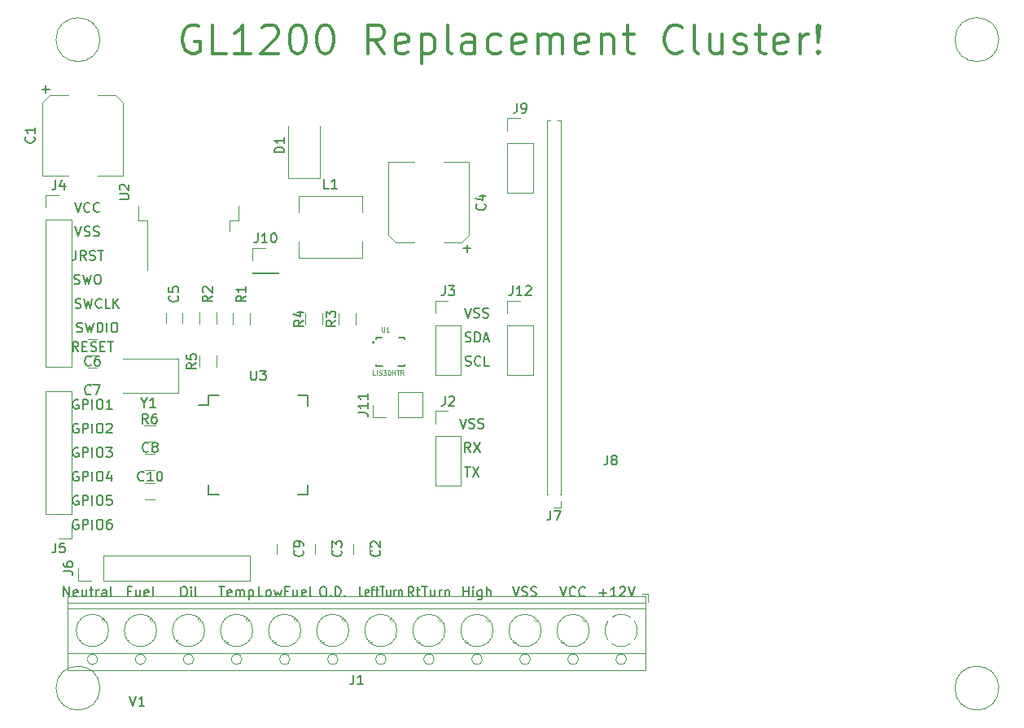
<source format=gbr>
G04 #@! TF.GenerationSoftware,KiCad,Pcbnew,5.1.0*
G04 #@! TF.CreationDate,2019-04-02T01:21:10-05:00*
G04 #@! TF.ProjectId,Cluster,436c7573-7465-4722-9e6b-696361645f70,rev?*
G04 #@! TF.SameCoordinates,Original*
G04 #@! TF.FileFunction,Legend,Top*
G04 #@! TF.FilePolarity,Positive*
%FSLAX46Y46*%
G04 Gerber Fmt 4.6, Leading zero omitted, Abs format (unit mm)*
G04 Created by KiCad (PCBNEW 5.1.0) date 2019-04-02 01:21:10*
%MOMM*%
%LPD*%
G04 APERTURE LIST*
%ADD10C,0.150000*%
%ADD11C,0.300000*%
%ADD12C,0.120000*%
%ADD13C,0.100000*%
%ADD14C,0.127000*%
%ADD15C,0.050000*%
G04 APERTURE END LIST*
D10*
X152890476Y-138852380D02*
X153223809Y-139852380D01*
X153557142Y-138852380D01*
X154414285Y-139852380D02*
X153842857Y-139852380D01*
X154128571Y-139852380D02*
X154128571Y-138852380D01*
X154033333Y-138995238D01*
X153938095Y-139090476D01*
X153842857Y-139138095D01*
D11*
X160071428Y-69100000D02*
X159785714Y-68957142D01*
X159357142Y-68957142D01*
X158928571Y-69100000D01*
X158642857Y-69385714D01*
X158499999Y-69671428D01*
X158357142Y-70242857D01*
X158357142Y-70671428D01*
X158499999Y-71242857D01*
X158642857Y-71528571D01*
X158928571Y-71814285D01*
X159357142Y-71957142D01*
X159642857Y-71957142D01*
X160071428Y-71814285D01*
X160214285Y-71671428D01*
X160214285Y-70671428D01*
X159642857Y-70671428D01*
X162928571Y-71957142D02*
X161499999Y-71957142D01*
X161499999Y-68957142D01*
X165499999Y-71957142D02*
X163785714Y-71957142D01*
X164642857Y-71957142D02*
X164642857Y-68957142D01*
X164357142Y-69385714D01*
X164071428Y-69671428D01*
X163785714Y-69814285D01*
X166642857Y-69242857D02*
X166785714Y-69100000D01*
X167071428Y-68957142D01*
X167785714Y-68957142D01*
X168071428Y-69100000D01*
X168214285Y-69242857D01*
X168357142Y-69528571D01*
X168357142Y-69814285D01*
X168214285Y-70242857D01*
X166499999Y-71957142D01*
X168357142Y-71957142D01*
X170214285Y-68957142D02*
X170499999Y-68957142D01*
X170785714Y-69100000D01*
X170928571Y-69242857D01*
X171071428Y-69528571D01*
X171214285Y-70100000D01*
X171214285Y-70814285D01*
X171071428Y-71385714D01*
X170928571Y-71671428D01*
X170785714Y-71814285D01*
X170499999Y-71957142D01*
X170214285Y-71957142D01*
X169928571Y-71814285D01*
X169785714Y-71671428D01*
X169642857Y-71385714D01*
X169499999Y-70814285D01*
X169499999Y-70100000D01*
X169642857Y-69528571D01*
X169785714Y-69242857D01*
X169928571Y-69100000D01*
X170214285Y-68957142D01*
X173071428Y-68957142D02*
X173357142Y-68957142D01*
X173642857Y-69100000D01*
X173785714Y-69242857D01*
X173928571Y-69528571D01*
X174071428Y-70100000D01*
X174071428Y-70814285D01*
X173928571Y-71385714D01*
X173785714Y-71671428D01*
X173642857Y-71814285D01*
X173357142Y-71957142D01*
X173071428Y-71957142D01*
X172785714Y-71814285D01*
X172642857Y-71671428D01*
X172499999Y-71385714D01*
X172357142Y-70814285D01*
X172357142Y-70100000D01*
X172499999Y-69528571D01*
X172642857Y-69242857D01*
X172785714Y-69100000D01*
X173071428Y-68957142D01*
X179357142Y-71957142D02*
X178357142Y-70528571D01*
X177642857Y-71957142D02*
X177642857Y-68957142D01*
X178785714Y-68957142D01*
X179071428Y-69100000D01*
X179214285Y-69242857D01*
X179357142Y-69528571D01*
X179357142Y-69957142D01*
X179214285Y-70242857D01*
X179071428Y-70385714D01*
X178785714Y-70528571D01*
X177642857Y-70528571D01*
X181785714Y-71814285D02*
X181499999Y-71957142D01*
X180928571Y-71957142D01*
X180642857Y-71814285D01*
X180499999Y-71528571D01*
X180499999Y-70385714D01*
X180642857Y-70100000D01*
X180928571Y-69957142D01*
X181499999Y-69957142D01*
X181785714Y-70100000D01*
X181928571Y-70385714D01*
X181928571Y-70671428D01*
X180499999Y-70957142D01*
X183214285Y-69957142D02*
X183214285Y-72957142D01*
X183214285Y-70100000D02*
X183499999Y-69957142D01*
X184071428Y-69957142D01*
X184357142Y-70100000D01*
X184499999Y-70242857D01*
X184642857Y-70528571D01*
X184642857Y-71385714D01*
X184499999Y-71671428D01*
X184357142Y-71814285D01*
X184071428Y-71957142D01*
X183499999Y-71957142D01*
X183214285Y-71814285D01*
X186357142Y-71957142D02*
X186071428Y-71814285D01*
X185928571Y-71528571D01*
X185928571Y-68957142D01*
X188785714Y-71957142D02*
X188785714Y-70385714D01*
X188642857Y-70100000D01*
X188357142Y-69957142D01*
X187785714Y-69957142D01*
X187499999Y-70100000D01*
X188785714Y-71814285D02*
X188499999Y-71957142D01*
X187785714Y-71957142D01*
X187499999Y-71814285D01*
X187357142Y-71528571D01*
X187357142Y-71242857D01*
X187499999Y-70957142D01*
X187785714Y-70814285D01*
X188499999Y-70814285D01*
X188785714Y-70671428D01*
X191499999Y-71814285D02*
X191214285Y-71957142D01*
X190642857Y-71957142D01*
X190357142Y-71814285D01*
X190214285Y-71671428D01*
X190071428Y-71385714D01*
X190071428Y-70528571D01*
X190214285Y-70242857D01*
X190357142Y-70100000D01*
X190642857Y-69957142D01*
X191214285Y-69957142D01*
X191499999Y-70100000D01*
X193928571Y-71814285D02*
X193642857Y-71957142D01*
X193071428Y-71957142D01*
X192785714Y-71814285D01*
X192642857Y-71528571D01*
X192642857Y-70385714D01*
X192785714Y-70100000D01*
X193071428Y-69957142D01*
X193642857Y-69957142D01*
X193928571Y-70100000D01*
X194071428Y-70385714D01*
X194071428Y-70671428D01*
X192642857Y-70957142D01*
X195357142Y-71957142D02*
X195357142Y-69957142D01*
X195357142Y-70242857D02*
X195500000Y-70100000D01*
X195785714Y-69957142D01*
X196214285Y-69957142D01*
X196500000Y-70100000D01*
X196642857Y-70385714D01*
X196642857Y-71957142D01*
X196642857Y-70385714D02*
X196785714Y-70100000D01*
X197071428Y-69957142D01*
X197500000Y-69957142D01*
X197785714Y-70100000D01*
X197928571Y-70385714D01*
X197928571Y-71957142D01*
X200500000Y-71814285D02*
X200214285Y-71957142D01*
X199642857Y-71957142D01*
X199357142Y-71814285D01*
X199214285Y-71528571D01*
X199214285Y-70385714D01*
X199357142Y-70100000D01*
X199642857Y-69957142D01*
X200214285Y-69957142D01*
X200500000Y-70100000D01*
X200642857Y-70385714D01*
X200642857Y-70671428D01*
X199214285Y-70957142D01*
X201928571Y-69957142D02*
X201928571Y-71957142D01*
X201928571Y-70242857D02*
X202071428Y-70100000D01*
X202357142Y-69957142D01*
X202785714Y-69957142D01*
X203071428Y-70100000D01*
X203214285Y-70385714D01*
X203214285Y-71957142D01*
X204214285Y-69957142D02*
X205357142Y-69957142D01*
X204642857Y-68957142D02*
X204642857Y-71528571D01*
X204785714Y-71814285D01*
X205071428Y-71957142D01*
X205357142Y-71957142D01*
X210357142Y-71671428D02*
X210214285Y-71814285D01*
X209785714Y-71957142D01*
X209500000Y-71957142D01*
X209071428Y-71814285D01*
X208785714Y-71528571D01*
X208642857Y-71242857D01*
X208500000Y-70671428D01*
X208500000Y-70242857D01*
X208642857Y-69671428D01*
X208785714Y-69385714D01*
X209071428Y-69100000D01*
X209500000Y-68957142D01*
X209785714Y-68957142D01*
X210214285Y-69100000D01*
X210357142Y-69242857D01*
X212071428Y-71957142D02*
X211785714Y-71814285D01*
X211642857Y-71528571D01*
X211642857Y-68957142D01*
X214500000Y-69957142D02*
X214500000Y-71957142D01*
X213214285Y-69957142D02*
X213214285Y-71528571D01*
X213357142Y-71814285D01*
X213642857Y-71957142D01*
X214071428Y-71957142D01*
X214357142Y-71814285D01*
X214500000Y-71671428D01*
X215785714Y-71814285D02*
X216071428Y-71957142D01*
X216642857Y-71957142D01*
X216928571Y-71814285D01*
X217071428Y-71528571D01*
X217071428Y-71385714D01*
X216928571Y-71100000D01*
X216642857Y-70957142D01*
X216214285Y-70957142D01*
X215928571Y-70814285D01*
X215785714Y-70528571D01*
X215785714Y-70385714D01*
X215928571Y-70100000D01*
X216214285Y-69957142D01*
X216642857Y-69957142D01*
X216928571Y-70100000D01*
X217928571Y-69957142D02*
X219071428Y-69957142D01*
X218357142Y-68957142D02*
X218357142Y-71528571D01*
X218500000Y-71814285D01*
X218785714Y-71957142D01*
X219071428Y-71957142D01*
X221214285Y-71814285D02*
X220928571Y-71957142D01*
X220357142Y-71957142D01*
X220071428Y-71814285D01*
X219928571Y-71528571D01*
X219928571Y-70385714D01*
X220071428Y-70100000D01*
X220357142Y-69957142D01*
X220928571Y-69957142D01*
X221214285Y-70100000D01*
X221357142Y-70385714D01*
X221357142Y-70671428D01*
X219928571Y-70957142D01*
X222642857Y-71957142D02*
X222642857Y-69957142D01*
X222642857Y-70528571D02*
X222785714Y-70242857D01*
X222928571Y-70100000D01*
X223214285Y-69957142D01*
X223500000Y-69957142D01*
X224500000Y-71671428D02*
X224642857Y-71814285D01*
X224500000Y-71957142D01*
X224357142Y-71814285D01*
X224500000Y-71671428D01*
X224500000Y-71957142D01*
X224500000Y-70814285D02*
X224357142Y-69100000D01*
X224500000Y-68957142D01*
X224642857Y-69100000D01*
X224500000Y-70814285D01*
X224500000Y-68957142D01*
D10*
X187714285Y-98452380D02*
X188047619Y-99452380D01*
X188380952Y-98452380D01*
X188666666Y-99404761D02*
X188809523Y-99452380D01*
X189047619Y-99452380D01*
X189142857Y-99404761D01*
X189190476Y-99357142D01*
X189238095Y-99261904D01*
X189238095Y-99166666D01*
X189190476Y-99071428D01*
X189142857Y-99023809D01*
X189047619Y-98976190D01*
X188857142Y-98928571D01*
X188761904Y-98880952D01*
X188714285Y-98833333D01*
X188666666Y-98738095D01*
X188666666Y-98642857D01*
X188714285Y-98547619D01*
X188761904Y-98500000D01*
X188857142Y-98452380D01*
X189095238Y-98452380D01*
X189238095Y-98500000D01*
X189619047Y-99404761D02*
X189761904Y-99452380D01*
X190000000Y-99452380D01*
X190095238Y-99404761D01*
X190142857Y-99357142D01*
X190190476Y-99261904D01*
X190190476Y-99166666D01*
X190142857Y-99071428D01*
X190095238Y-99023809D01*
X190000000Y-98976190D01*
X189809523Y-98928571D01*
X189714285Y-98880952D01*
X189666666Y-98833333D01*
X189619047Y-98738095D01*
X189619047Y-98642857D01*
X189666666Y-98547619D01*
X189714285Y-98500000D01*
X189809523Y-98452380D01*
X190047619Y-98452380D01*
X190190476Y-98500000D01*
X187785714Y-101904761D02*
X187928571Y-101952380D01*
X188166666Y-101952380D01*
X188261904Y-101904761D01*
X188309523Y-101857142D01*
X188357142Y-101761904D01*
X188357142Y-101666666D01*
X188309523Y-101571428D01*
X188261904Y-101523809D01*
X188166666Y-101476190D01*
X187976190Y-101428571D01*
X187880952Y-101380952D01*
X187833333Y-101333333D01*
X187785714Y-101238095D01*
X187785714Y-101142857D01*
X187833333Y-101047619D01*
X187880952Y-101000000D01*
X187976190Y-100952380D01*
X188214285Y-100952380D01*
X188357142Y-101000000D01*
X188785714Y-101952380D02*
X188785714Y-100952380D01*
X189023809Y-100952380D01*
X189166666Y-101000000D01*
X189261904Y-101095238D01*
X189309523Y-101190476D01*
X189357142Y-101380952D01*
X189357142Y-101523809D01*
X189309523Y-101714285D01*
X189261904Y-101809523D01*
X189166666Y-101904761D01*
X189023809Y-101952380D01*
X188785714Y-101952380D01*
X189738095Y-101666666D02*
X190214285Y-101666666D01*
X189642857Y-101952380D02*
X189976190Y-100952380D01*
X190309523Y-101952380D01*
X187809523Y-104404761D02*
X187952380Y-104452380D01*
X188190476Y-104452380D01*
X188285714Y-104404761D01*
X188333333Y-104357142D01*
X188380952Y-104261904D01*
X188380952Y-104166666D01*
X188333333Y-104071428D01*
X188285714Y-104023809D01*
X188190476Y-103976190D01*
X188000000Y-103928571D01*
X187904761Y-103880952D01*
X187857142Y-103833333D01*
X187809523Y-103738095D01*
X187809523Y-103642857D01*
X187857142Y-103547619D01*
X187904761Y-103500000D01*
X188000000Y-103452380D01*
X188238095Y-103452380D01*
X188380952Y-103500000D01*
X189380952Y-104357142D02*
X189333333Y-104404761D01*
X189190476Y-104452380D01*
X189095238Y-104452380D01*
X188952380Y-104404761D01*
X188857142Y-104309523D01*
X188809523Y-104214285D01*
X188761904Y-104023809D01*
X188761904Y-103880952D01*
X188809523Y-103690476D01*
X188857142Y-103595238D01*
X188952380Y-103500000D01*
X189095238Y-103452380D01*
X189190476Y-103452380D01*
X189333333Y-103500000D01*
X189380952Y-103547619D01*
X190285714Y-104452380D02*
X189809523Y-104452380D01*
X189809523Y-103452380D01*
X187214285Y-109952380D02*
X187547619Y-110952380D01*
X187880952Y-109952380D01*
X188166666Y-110904761D02*
X188309523Y-110952380D01*
X188547619Y-110952380D01*
X188642857Y-110904761D01*
X188690476Y-110857142D01*
X188738095Y-110761904D01*
X188738095Y-110666666D01*
X188690476Y-110571428D01*
X188642857Y-110523809D01*
X188547619Y-110476190D01*
X188357142Y-110428571D01*
X188261904Y-110380952D01*
X188214285Y-110333333D01*
X188166666Y-110238095D01*
X188166666Y-110142857D01*
X188214285Y-110047619D01*
X188261904Y-110000000D01*
X188357142Y-109952380D01*
X188595238Y-109952380D01*
X188738095Y-110000000D01*
X189119047Y-110904761D02*
X189261904Y-110952380D01*
X189500000Y-110952380D01*
X189595238Y-110904761D01*
X189642857Y-110857142D01*
X189690476Y-110761904D01*
X189690476Y-110666666D01*
X189642857Y-110571428D01*
X189595238Y-110523809D01*
X189500000Y-110476190D01*
X189309523Y-110428571D01*
X189214285Y-110380952D01*
X189166666Y-110333333D01*
X189119047Y-110238095D01*
X189119047Y-110142857D01*
X189166666Y-110047619D01*
X189214285Y-110000000D01*
X189309523Y-109952380D01*
X189547619Y-109952380D01*
X189690476Y-110000000D01*
X188333333Y-113452380D02*
X188000000Y-112976190D01*
X187761904Y-113452380D02*
X187761904Y-112452380D01*
X188142857Y-112452380D01*
X188238095Y-112500000D01*
X188285714Y-112547619D01*
X188333333Y-112642857D01*
X188333333Y-112785714D01*
X188285714Y-112880952D01*
X188238095Y-112928571D01*
X188142857Y-112976190D01*
X187761904Y-112976190D01*
X188666666Y-112452380D02*
X189333333Y-113452380D01*
X189333333Y-112452380D02*
X188666666Y-113452380D01*
X187738095Y-114952380D02*
X188309523Y-114952380D01*
X188023809Y-115952380D02*
X188023809Y-114952380D01*
X188547619Y-114952380D02*
X189214285Y-115952380D01*
X189214285Y-114952380D02*
X188547619Y-115952380D01*
X147547619Y-102952380D02*
X147214285Y-102476190D01*
X146976190Y-102952380D02*
X146976190Y-101952380D01*
X147357142Y-101952380D01*
X147452380Y-102000000D01*
X147500000Y-102047619D01*
X147547619Y-102142857D01*
X147547619Y-102285714D01*
X147500000Y-102380952D01*
X147452380Y-102428571D01*
X147357142Y-102476190D01*
X146976190Y-102476190D01*
X147976190Y-102428571D02*
X148309523Y-102428571D01*
X148452380Y-102952380D02*
X147976190Y-102952380D01*
X147976190Y-101952380D01*
X148452380Y-101952380D01*
X148833333Y-102904761D02*
X148976190Y-102952380D01*
X149214285Y-102952380D01*
X149309523Y-102904761D01*
X149357142Y-102857142D01*
X149404761Y-102761904D01*
X149404761Y-102666666D01*
X149357142Y-102571428D01*
X149309523Y-102523809D01*
X149214285Y-102476190D01*
X149023809Y-102428571D01*
X148928571Y-102380952D01*
X148880952Y-102333333D01*
X148833333Y-102238095D01*
X148833333Y-102142857D01*
X148880952Y-102047619D01*
X148928571Y-102000000D01*
X149023809Y-101952380D01*
X149261904Y-101952380D01*
X149404761Y-102000000D01*
X149833333Y-102428571D02*
X150166666Y-102428571D01*
X150309523Y-102952380D02*
X149833333Y-102952380D01*
X149833333Y-101952380D01*
X150309523Y-101952380D01*
X150595238Y-101952380D02*
X151166666Y-101952380D01*
X150880952Y-102952380D02*
X150880952Y-101952380D01*
X147380952Y-100904761D02*
X147523809Y-100952380D01*
X147761904Y-100952380D01*
X147857142Y-100904761D01*
X147904761Y-100857142D01*
X147952380Y-100761904D01*
X147952380Y-100666666D01*
X147904761Y-100571428D01*
X147857142Y-100523809D01*
X147761904Y-100476190D01*
X147571428Y-100428571D01*
X147476190Y-100380952D01*
X147428571Y-100333333D01*
X147380952Y-100238095D01*
X147380952Y-100142857D01*
X147428571Y-100047619D01*
X147476190Y-100000000D01*
X147571428Y-99952380D01*
X147809523Y-99952380D01*
X147952380Y-100000000D01*
X148285714Y-99952380D02*
X148523809Y-100952380D01*
X148714285Y-100238095D01*
X148904761Y-100952380D01*
X149142857Y-99952380D01*
X149523809Y-100952380D02*
X149523809Y-99952380D01*
X149761904Y-99952380D01*
X149904761Y-100000000D01*
X150000000Y-100095238D01*
X150047619Y-100190476D01*
X150095238Y-100380952D01*
X150095238Y-100523809D01*
X150047619Y-100714285D01*
X150000000Y-100809523D01*
X149904761Y-100904761D01*
X149761904Y-100952380D01*
X149523809Y-100952380D01*
X150523809Y-100952380D02*
X150523809Y-99952380D01*
X151190476Y-99952380D02*
X151380952Y-99952380D01*
X151476190Y-100000000D01*
X151571428Y-100095238D01*
X151619047Y-100285714D01*
X151619047Y-100619047D01*
X151571428Y-100809523D01*
X151476190Y-100904761D01*
X151380952Y-100952380D01*
X151190476Y-100952380D01*
X151095238Y-100904761D01*
X151000000Y-100809523D01*
X150952380Y-100619047D01*
X150952380Y-100285714D01*
X151000000Y-100095238D01*
X151095238Y-100000000D01*
X151190476Y-99952380D01*
X147238095Y-98404761D02*
X147380952Y-98452380D01*
X147619047Y-98452380D01*
X147714285Y-98404761D01*
X147761904Y-98357142D01*
X147809523Y-98261904D01*
X147809523Y-98166666D01*
X147761904Y-98071428D01*
X147714285Y-98023809D01*
X147619047Y-97976190D01*
X147428571Y-97928571D01*
X147333333Y-97880952D01*
X147285714Y-97833333D01*
X147238095Y-97738095D01*
X147238095Y-97642857D01*
X147285714Y-97547619D01*
X147333333Y-97500000D01*
X147428571Y-97452380D01*
X147666666Y-97452380D01*
X147809523Y-97500000D01*
X148142857Y-97452380D02*
X148380952Y-98452380D01*
X148571428Y-97738095D01*
X148761904Y-98452380D01*
X149000000Y-97452380D01*
X149952380Y-98357142D02*
X149904761Y-98404761D01*
X149761904Y-98452380D01*
X149666666Y-98452380D01*
X149523809Y-98404761D01*
X149428571Y-98309523D01*
X149380952Y-98214285D01*
X149333333Y-98023809D01*
X149333333Y-97880952D01*
X149380952Y-97690476D01*
X149428571Y-97595238D01*
X149523809Y-97500000D01*
X149666666Y-97452380D01*
X149761904Y-97452380D01*
X149904761Y-97500000D01*
X149952380Y-97547619D01*
X150857142Y-98452380D02*
X150380952Y-98452380D01*
X150380952Y-97452380D01*
X151190476Y-98452380D02*
X151190476Y-97452380D01*
X151761904Y-98452380D02*
X151333333Y-97880952D01*
X151761904Y-97452380D02*
X151190476Y-98023809D01*
X147119047Y-95904761D02*
X147261904Y-95952380D01*
X147500000Y-95952380D01*
X147595238Y-95904761D01*
X147642857Y-95857142D01*
X147690476Y-95761904D01*
X147690476Y-95666666D01*
X147642857Y-95571428D01*
X147595238Y-95523809D01*
X147500000Y-95476190D01*
X147309523Y-95428571D01*
X147214285Y-95380952D01*
X147166666Y-95333333D01*
X147119047Y-95238095D01*
X147119047Y-95142857D01*
X147166666Y-95047619D01*
X147214285Y-95000000D01*
X147309523Y-94952380D01*
X147547619Y-94952380D01*
X147690476Y-95000000D01*
X148023809Y-94952380D02*
X148261904Y-95952380D01*
X148452380Y-95238095D01*
X148642857Y-95952380D01*
X148880952Y-94952380D01*
X149452380Y-94952380D02*
X149642857Y-94952380D01*
X149738095Y-95000000D01*
X149833333Y-95095238D01*
X149880952Y-95285714D01*
X149880952Y-95619047D01*
X149833333Y-95809523D01*
X149738095Y-95904761D01*
X149642857Y-95952380D01*
X149452380Y-95952380D01*
X149357142Y-95904761D01*
X149261904Y-95809523D01*
X149214285Y-95619047D01*
X149214285Y-95285714D01*
X149261904Y-95095238D01*
X149357142Y-95000000D01*
X149452380Y-94952380D01*
X147285714Y-92452380D02*
X147285714Y-93166666D01*
X147238095Y-93309523D01*
X147142857Y-93404761D01*
X147000000Y-93452380D01*
X146904761Y-93452380D01*
X148333333Y-93452380D02*
X148000000Y-92976190D01*
X147761904Y-93452380D02*
X147761904Y-92452380D01*
X148142857Y-92452380D01*
X148238095Y-92500000D01*
X148285714Y-92547619D01*
X148333333Y-92642857D01*
X148333333Y-92785714D01*
X148285714Y-92880952D01*
X148238095Y-92928571D01*
X148142857Y-92976190D01*
X147761904Y-92976190D01*
X148714285Y-93404761D02*
X148857142Y-93452380D01*
X149095238Y-93452380D01*
X149190476Y-93404761D01*
X149238095Y-93357142D01*
X149285714Y-93261904D01*
X149285714Y-93166666D01*
X149238095Y-93071428D01*
X149190476Y-93023809D01*
X149095238Y-92976190D01*
X148904761Y-92928571D01*
X148809523Y-92880952D01*
X148761904Y-92833333D01*
X148714285Y-92738095D01*
X148714285Y-92642857D01*
X148761904Y-92547619D01*
X148809523Y-92500000D01*
X148904761Y-92452380D01*
X149142857Y-92452380D01*
X149285714Y-92500000D01*
X149571428Y-92452380D02*
X150142857Y-92452380D01*
X149857142Y-93452380D02*
X149857142Y-92452380D01*
X147214285Y-89952380D02*
X147547619Y-90952380D01*
X147880952Y-89952380D01*
X148166666Y-90904761D02*
X148309523Y-90952380D01*
X148547619Y-90952380D01*
X148642857Y-90904761D01*
X148690476Y-90857142D01*
X148738095Y-90761904D01*
X148738095Y-90666666D01*
X148690476Y-90571428D01*
X148642857Y-90523809D01*
X148547619Y-90476190D01*
X148357142Y-90428571D01*
X148261904Y-90380952D01*
X148214285Y-90333333D01*
X148166666Y-90238095D01*
X148166666Y-90142857D01*
X148214285Y-90047619D01*
X148261904Y-90000000D01*
X148357142Y-89952380D01*
X148595238Y-89952380D01*
X148738095Y-90000000D01*
X149119047Y-90904761D02*
X149261904Y-90952380D01*
X149500000Y-90952380D01*
X149595238Y-90904761D01*
X149642857Y-90857142D01*
X149690476Y-90761904D01*
X149690476Y-90666666D01*
X149642857Y-90571428D01*
X149595238Y-90523809D01*
X149500000Y-90476190D01*
X149309523Y-90428571D01*
X149214285Y-90380952D01*
X149166666Y-90333333D01*
X149119047Y-90238095D01*
X149119047Y-90142857D01*
X149166666Y-90047619D01*
X149214285Y-90000000D01*
X149309523Y-89952380D01*
X149547619Y-89952380D01*
X149690476Y-90000000D01*
X147166666Y-87452380D02*
X147500000Y-88452380D01*
X147833333Y-87452380D01*
X148738095Y-88357142D02*
X148690476Y-88404761D01*
X148547619Y-88452380D01*
X148452380Y-88452380D01*
X148309523Y-88404761D01*
X148214285Y-88309523D01*
X148166666Y-88214285D01*
X148119047Y-88023809D01*
X148119047Y-87880952D01*
X148166666Y-87690476D01*
X148214285Y-87595238D01*
X148309523Y-87500000D01*
X148452380Y-87452380D01*
X148547619Y-87452380D01*
X148690476Y-87500000D01*
X148738095Y-87547619D01*
X149738095Y-88357142D02*
X149690476Y-88404761D01*
X149547619Y-88452380D01*
X149452380Y-88452380D01*
X149309523Y-88404761D01*
X149214285Y-88309523D01*
X149166666Y-88214285D01*
X149119047Y-88023809D01*
X149119047Y-87880952D01*
X149166666Y-87690476D01*
X149214285Y-87595238D01*
X149309523Y-87500000D01*
X149452380Y-87452380D01*
X149547619Y-87452380D01*
X149690476Y-87500000D01*
X149738095Y-87547619D01*
X147523809Y-120500000D02*
X147428571Y-120452380D01*
X147285714Y-120452380D01*
X147142857Y-120500000D01*
X147047619Y-120595238D01*
X147000000Y-120690476D01*
X146952380Y-120880952D01*
X146952380Y-121023809D01*
X147000000Y-121214285D01*
X147047619Y-121309523D01*
X147142857Y-121404761D01*
X147285714Y-121452380D01*
X147380952Y-121452380D01*
X147523809Y-121404761D01*
X147571428Y-121357142D01*
X147571428Y-121023809D01*
X147380952Y-121023809D01*
X148000000Y-121452380D02*
X148000000Y-120452380D01*
X148380952Y-120452380D01*
X148476190Y-120500000D01*
X148523809Y-120547619D01*
X148571428Y-120642857D01*
X148571428Y-120785714D01*
X148523809Y-120880952D01*
X148476190Y-120928571D01*
X148380952Y-120976190D01*
X148000000Y-120976190D01*
X149000000Y-121452380D02*
X149000000Y-120452380D01*
X149666666Y-120452380D02*
X149857142Y-120452380D01*
X149952380Y-120500000D01*
X150047619Y-120595238D01*
X150095238Y-120785714D01*
X150095238Y-121119047D01*
X150047619Y-121309523D01*
X149952380Y-121404761D01*
X149857142Y-121452380D01*
X149666666Y-121452380D01*
X149571428Y-121404761D01*
X149476190Y-121309523D01*
X149428571Y-121119047D01*
X149428571Y-120785714D01*
X149476190Y-120595238D01*
X149571428Y-120500000D01*
X149666666Y-120452380D01*
X150952380Y-120452380D02*
X150761904Y-120452380D01*
X150666666Y-120500000D01*
X150619047Y-120547619D01*
X150523809Y-120690476D01*
X150476190Y-120880952D01*
X150476190Y-121261904D01*
X150523809Y-121357142D01*
X150571428Y-121404761D01*
X150666666Y-121452380D01*
X150857142Y-121452380D01*
X150952380Y-121404761D01*
X151000000Y-121357142D01*
X151047619Y-121261904D01*
X151047619Y-121023809D01*
X151000000Y-120928571D01*
X150952380Y-120880952D01*
X150857142Y-120833333D01*
X150666666Y-120833333D01*
X150571428Y-120880952D01*
X150523809Y-120928571D01*
X150476190Y-121023809D01*
X147523809Y-118000000D02*
X147428571Y-117952380D01*
X147285714Y-117952380D01*
X147142857Y-118000000D01*
X147047619Y-118095238D01*
X147000000Y-118190476D01*
X146952380Y-118380952D01*
X146952380Y-118523809D01*
X147000000Y-118714285D01*
X147047619Y-118809523D01*
X147142857Y-118904761D01*
X147285714Y-118952380D01*
X147380952Y-118952380D01*
X147523809Y-118904761D01*
X147571428Y-118857142D01*
X147571428Y-118523809D01*
X147380952Y-118523809D01*
X148000000Y-118952380D02*
X148000000Y-117952380D01*
X148380952Y-117952380D01*
X148476190Y-118000000D01*
X148523809Y-118047619D01*
X148571428Y-118142857D01*
X148571428Y-118285714D01*
X148523809Y-118380952D01*
X148476190Y-118428571D01*
X148380952Y-118476190D01*
X148000000Y-118476190D01*
X149000000Y-118952380D02*
X149000000Y-117952380D01*
X149666666Y-117952380D02*
X149857142Y-117952380D01*
X149952380Y-118000000D01*
X150047619Y-118095238D01*
X150095238Y-118285714D01*
X150095238Y-118619047D01*
X150047619Y-118809523D01*
X149952380Y-118904761D01*
X149857142Y-118952380D01*
X149666666Y-118952380D01*
X149571428Y-118904761D01*
X149476190Y-118809523D01*
X149428571Y-118619047D01*
X149428571Y-118285714D01*
X149476190Y-118095238D01*
X149571428Y-118000000D01*
X149666666Y-117952380D01*
X151000000Y-117952380D02*
X150523809Y-117952380D01*
X150476190Y-118428571D01*
X150523809Y-118380952D01*
X150619047Y-118333333D01*
X150857142Y-118333333D01*
X150952380Y-118380952D01*
X151000000Y-118428571D01*
X151047619Y-118523809D01*
X151047619Y-118761904D01*
X151000000Y-118857142D01*
X150952380Y-118904761D01*
X150857142Y-118952380D01*
X150619047Y-118952380D01*
X150523809Y-118904761D01*
X150476190Y-118857142D01*
X147523809Y-115500000D02*
X147428571Y-115452380D01*
X147285714Y-115452380D01*
X147142857Y-115500000D01*
X147047619Y-115595238D01*
X147000000Y-115690476D01*
X146952380Y-115880952D01*
X146952380Y-116023809D01*
X147000000Y-116214285D01*
X147047619Y-116309523D01*
X147142857Y-116404761D01*
X147285714Y-116452380D01*
X147380952Y-116452380D01*
X147523809Y-116404761D01*
X147571428Y-116357142D01*
X147571428Y-116023809D01*
X147380952Y-116023809D01*
X148000000Y-116452380D02*
X148000000Y-115452380D01*
X148380952Y-115452380D01*
X148476190Y-115500000D01*
X148523809Y-115547619D01*
X148571428Y-115642857D01*
X148571428Y-115785714D01*
X148523809Y-115880952D01*
X148476190Y-115928571D01*
X148380952Y-115976190D01*
X148000000Y-115976190D01*
X149000000Y-116452380D02*
X149000000Y-115452380D01*
X149666666Y-115452380D02*
X149857142Y-115452380D01*
X149952380Y-115500000D01*
X150047619Y-115595238D01*
X150095238Y-115785714D01*
X150095238Y-116119047D01*
X150047619Y-116309523D01*
X149952380Y-116404761D01*
X149857142Y-116452380D01*
X149666666Y-116452380D01*
X149571428Y-116404761D01*
X149476190Y-116309523D01*
X149428571Y-116119047D01*
X149428571Y-115785714D01*
X149476190Y-115595238D01*
X149571428Y-115500000D01*
X149666666Y-115452380D01*
X150952380Y-115785714D02*
X150952380Y-116452380D01*
X150714285Y-115404761D02*
X150476190Y-116119047D01*
X151095238Y-116119047D01*
X147523809Y-113000000D02*
X147428571Y-112952380D01*
X147285714Y-112952380D01*
X147142857Y-113000000D01*
X147047619Y-113095238D01*
X147000000Y-113190476D01*
X146952380Y-113380952D01*
X146952380Y-113523809D01*
X147000000Y-113714285D01*
X147047619Y-113809523D01*
X147142857Y-113904761D01*
X147285714Y-113952380D01*
X147380952Y-113952380D01*
X147523809Y-113904761D01*
X147571428Y-113857142D01*
X147571428Y-113523809D01*
X147380952Y-113523809D01*
X148000000Y-113952380D02*
X148000000Y-112952380D01*
X148380952Y-112952380D01*
X148476190Y-113000000D01*
X148523809Y-113047619D01*
X148571428Y-113142857D01*
X148571428Y-113285714D01*
X148523809Y-113380952D01*
X148476190Y-113428571D01*
X148380952Y-113476190D01*
X148000000Y-113476190D01*
X149000000Y-113952380D02*
X149000000Y-112952380D01*
X149666666Y-112952380D02*
X149857142Y-112952380D01*
X149952380Y-113000000D01*
X150047619Y-113095238D01*
X150095238Y-113285714D01*
X150095238Y-113619047D01*
X150047619Y-113809523D01*
X149952380Y-113904761D01*
X149857142Y-113952380D01*
X149666666Y-113952380D01*
X149571428Y-113904761D01*
X149476190Y-113809523D01*
X149428571Y-113619047D01*
X149428571Y-113285714D01*
X149476190Y-113095238D01*
X149571428Y-113000000D01*
X149666666Y-112952380D01*
X150428571Y-112952380D02*
X151047619Y-112952380D01*
X150714285Y-113333333D01*
X150857142Y-113333333D01*
X150952380Y-113380952D01*
X151000000Y-113428571D01*
X151047619Y-113523809D01*
X151047619Y-113761904D01*
X151000000Y-113857142D01*
X150952380Y-113904761D01*
X150857142Y-113952380D01*
X150571428Y-113952380D01*
X150476190Y-113904761D01*
X150428571Y-113857142D01*
X147523809Y-110500000D02*
X147428571Y-110452380D01*
X147285714Y-110452380D01*
X147142857Y-110500000D01*
X147047619Y-110595238D01*
X147000000Y-110690476D01*
X146952380Y-110880952D01*
X146952380Y-111023809D01*
X147000000Y-111214285D01*
X147047619Y-111309523D01*
X147142857Y-111404761D01*
X147285714Y-111452380D01*
X147380952Y-111452380D01*
X147523809Y-111404761D01*
X147571428Y-111357142D01*
X147571428Y-111023809D01*
X147380952Y-111023809D01*
X148000000Y-111452380D02*
X148000000Y-110452380D01*
X148380952Y-110452380D01*
X148476190Y-110500000D01*
X148523809Y-110547619D01*
X148571428Y-110642857D01*
X148571428Y-110785714D01*
X148523809Y-110880952D01*
X148476190Y-110928571D01*
X148380952Y-110976190D01*
X148000000Y-110976190D01*
X149000000Y-111452380D02*
X149000000Y-110452380D01*
X149666666Y-110452380D02*
X149857142Y-110452380D01*
X149952380Y-110500000D01*
X150047619Y-110595238D01*
X150095238Y-110785714D01*
X150095238Y-111119047D01*
X150047619Y-111309523D01*
X149952380Y-111404761D01*
X149857142Y-111452380D01*
X149666666Y-111452380D01*
X149571428Y-111404761D01*
X149476190Y-111309523D01*
X149428571Y-111119047D01*
X149428571Y-110785714D01*
X149476190Y-110595238D01*
X149571428Y-110500000D01*
X149666666Y-110452380D01*
X150476190Y-110547619D02*
X150523809Y-110500000D01*
X150619047Y-110452380D01*
X150857142Y-110452380D01*
X150952380Y-110500000D01*
X151000000Y-110547619D01*
X151047619Y-110642857D01*
X151047619Y-110738095D01*
X151000000Y-110880952D01*
X150428571Y-111452380D01*
X151047619Y-111452380D01*
X147523809Y-108000000D02*
X147428571Y-107952380D01*
X147285714Y-107952380D01*
X147142857Y-108000000D01*
X147047619Y-108095238D01*
X147000000Y-108190476D01*
X146952380Y-108380952D01*
X146952380Y-108523809D01*
X147000000Y-108714285D01*
X147047619Y-108809523D01*
X147142857Y-108904761D01*
X147285714Y-108952380D01*
X147380952Y-108952380D01*
X147523809Y-108904761D01*
X147571428Y-108857142D01*
X147571428Y-108523809D01*
X147380952Y-108523809D01*
X148000000Y-108952380D02*
X148000000Y-107952380D01*
X148380952Y-107952380D01*
X148476190Y-108000000D01*
X148523809Y-108047619D01*
X148571428Y-108142857D01*
X148571428Y-108285714D01*
X148523809Y-108380952D01*
X148476190Y-108428571D01*
X148380952Y-108476190D01*
X148000000Y-108476190D01*
X149000000Y-108952380D02*
X149000000Y-107952380D01*
X149666666Y-107952380D02*
X149857142Y-107952380D01*
X149952380Y-108000000D01*
X150047619Y-108095238D01*
X150095238Y-108285714D01*
X150095238Y-108619047D01*
X150047619Y-108809523D01*
X149952380Y-108904761D01*
X149857142Y-108952380D01*
X149666666Y-108952380D01*
X149571428Y-108904761D01*
X149476190Y-108809523D01*
X149428571Y-108619047D01*
X149428571Y-108285714D01*
X149476190Y-108095238D01*
X149571428Y-108000000D01*
X149666666Y-107952380D01*
X151047619Y-108952380D02*
X150476190Y-108952380D01*
X150761904Y-108952380D02*
X150761904Y-107952380D01*
X150666666Y-108095238D01*
X150571428Y-108190476D01*
X150476190Y-108238095D01*
X201738095Y-128071428D02*
X202500000Y-128071428D01*
X202119047Y-128452380D02*
X202119047Y-127690476D01*
X203500000Y-128452380D02*
X202928571Y-128452380D01*
X203214285Y-128452380D02*
X203214285Y-127452380D01*
X203119047Y-127595238D01*
X203023809Y-127690476D01*
X202928571Y-127738095D01*
X203880952Y-127547619D02*
X203928571Y-127500000D01*
X204023809Y-127452380D01*
X204261904Y-127452380D01*
X204357142Y-127500000D01*
X204404761Y-127547619D01*
X204452380Y-127642857D01*
X204452380Y-127738095D01*
X204404761Y-127880952D01*
X203833333Y-128452380D01*
X204452380Y-128452380D01*
X204738095Y-127452380D02*
X205071428Y-128452380D01*
X205404761Y-127452380D01*
X197666666Y-127452380D02*
X198000000Y-128452380D01*
X198333333Y-127452380D01*
X199238095Y-128357142D02*
X199190476Y-128404761D01*
X199047619Y-128452380D01*
X198952380Y-128452380D01*
X198809523Y-128404761D01*
X198714285Y-128309523D01*
X198666666Y-128214285D01*
X198619047Y-128023809D01*
X198619047Y-127880952D01*
X198666666Y-127690476D01*
X198714285Y-127595238D01*
X198809523Y-127500000D01*
X198952380Y-127452380D01*
X199047619Y-127452380D01*
X199190476Y-127500000D01*
X199238095Y-127547619D01*
X200238095Y-128357142D02*
X200190476Y-128404761D01*
X200047619Y-128452380D01*
X199952380Y-128452380D01*
X199809523Y-128404761D01*
X199714285Y-128309523D01*
X199666666Y-128214285D01*
X199619047Y-128023809D01*
X199619047Y-127880952D01*
X199666666Y-127690476D01*
X199714285Y-127595238D01*
X199809523Y-127500000D01*
X199952380Y-127452380D01*
X200047619Y-127452380D01*
X200190476Y-127500000D01*
X200238095Y-127547619D01*
X192714285Y-127452380D02*
X193047619Y-128452380D01*
X193380952Y-127452380D01*
X193666666Y-128404761D02*
X193809523Y-128452380D01*
X194047619Y-128452380D01*
X194142857Y-128404761D01*
X194190476Y-128357142D01*
X194238095Y-128261904D01*
X194238095Y-128166666D01*
X194190476Y-128071428D01*
X194142857Y-128023809D01*
X194047619Y-127976190D01*
X193857142Y-127928571D01*
X193761904Y-127880952D01*
X193714285Y-127833333D01*
X193666666Y-127738095D01*
X193666666Y-127642857D01*
X193714285Y-127547619D01*
X193761904Y-127500000D01*
X193857142Y-127452380D01*
X194095238Y-127452380D01*
X194238095Y-127500000D01*
X194619047Y-128404761D02*
X194761904Y-128452380D01*
X195000000Y-128452380D01*
X195095238Y-128404761D01*
X195142857Y-128357142D01*
X195190476Y-128261904D01*
X195190476Y-128166666D01*
X195142857Y-128071428D01*
X195095238Y-128023809D01*
X195000000Y-127976190D01*
X194809523Y-127928571D01*
X194714285Y-127880952D01*
X194666666Y-127833333D01*
X194619047Y-127738095D01*
X194619047Y-127642857D01*
X194666666Y-127547619D01*
X194714285Y-127500000D01*
X194809523Y-127452380D01*
X195047619Y-127452380D01*
X195190476Y-127500000D01*
X187571428Y-128452380D02*
X187571428Y-127452380D01*
X187571428Y-127928571D02*
X188142857Y-127928571D01*
X188142857Y-128452380D02*
X188142857Y-127452380D01*
X188619047Y-128452380D02*
X188619047Y-127785714D01*
X188619047Y-127452380D02*
X188571428Y-127500000D01*
X188619047Y-127547619D01*
X188666666Y-127500000D01*
X188619047Y-127452380D01*
X188619047Y-127547619D01*
X189523809Y-127785714D02*
X189523809Y-128595238D01*
X189476190Y-128690476D01*
X189428571Y-128738095D01*
X189333333Y-128785714D01*
X189190476Y-128785714D01*
X189095238Y-128738095D01*
X189523809Y-128404761D02*
X189428571Y-128452380D01*
X189238095Y-128452380D01*
X189142857Y-128404761D01*
X189095238Y-128357142D01*
X189047619Y-128261904D01*
X189047619Y-127976190D01*
X189095238Y-127880952D01*
X189142857Y-127833333D01*
X189238095Y-127785714D01*
X189428571Y-127785714D01*
X189523809Y-127833333D01*
X190000000Y-128452380D02*
X190000000Y-127452380D01*
X190428571Y-128452380D02*
X190428571Y-127928571D01*
X190380952Y-127833333D01*
X190285714Y-127785714D01*
X190142857Y-127785714D01*
X190047619Y-127833333D01*
X190000000Y-127880952D01*
X182428571Y-128452380D02*
X182095238Y-127976190D01*
X181857142Y-128452380D02*
X181857142Y-127452380D01*
X182238095Y-127452380D01*
X182333333Y-127500000D01*
X182380952Y-127547619D01*
X182428571Y-127642857D01*
X182428571Y-127785714D01*
X182380952Y-127880952D01*
X182333333Y-127928571D01*
X182238095Y-127976190D01*
X181857142Y-127976190D01*
X182714285Y-127785714D02*
X183095238Y-127785714D01*
X182857142Y-127452380D02*
X182857142Y-128309523D01*
X182904761Y-128404761D01*
X183000000Y-128452380D01*
X183095238Y-128452380D01*
X183285714Y-127452380D02*
X183857142Y-127452380D01*
X183571428Y-128452380D02*
X183571428Y-127452380D01*
X184619047Y-127785714D02*
X184619047Y-128452380D01*
X184190476Y-127785714D02*
X184190476Y-128309523D01*
X184238095Y-128404761D01*
X184333333Y-128452380D01*
X184476190Y-128452380D01*
X184571428Y-128404761D01*
X184619047Y-128357142D01*
X185095238Y-128452380D02*
X185095238Y-127785714D01*
X185095238Y-127976190D02*
X185142857Y-127880952D01*
X185190476Y-127833333D01*
X185285714Y-127785714D01*
X185380952Y-127785714D01*
X185714285Y-127785714D02*
X185714285Y-128452380D01*
X185714285Y-127880952D02*
X185761904Y-127833333D01*
X185857142Y-127785714D01*
X186000000Y-127785714D01*
X186095238Y-127833333D01*
X186142857Y-127928571D01*
X186142857Y-128452380D01*
X177171428Y-128452380D02*
X176790476Y-128452380D01*
X176790476Y-127452380D01*
X177742857Y-128404761D02*
X177666666Y-128452380D01*
X177514285Y-128452380D01*
X177438095Y-128404761D01*
X177400000Y-128309523D01*
X177400000Y-127928571D01*
X177438095Y-127833333D01*
X177514285Y-127785714D01*
X177666666Y-127785714D01*
X177742857Y-127833333D01*
X177780952Y-127928571D01*
X177780952Y-128023809D01*
X177400000Y-128119047D01*
X178009523Y-127785714D02*
X178314285Y-127785714D01*
X178123809Y-128452380D02*
X178123809Y-127595238D01*
X178161904Y-127500000D01*
X178238095Y-127452380D01*
X178314285Y-127452380D01*
X178466666Y-127785714D02*
X178771428Y-127785714D01*
X178580952Y-127452380D02*
X178580952Y-128309523D01*
X178619047Y-128404761D01*
X178695238Y-128452380D01*
X178771428Y-128452380D01*
X178923809Y-127452380D02*
X179380952Y-127452380D01*
X179152380Y-128452380D02*
X179152380Y-127452380D01*
X179990476Y-127785714D02*
X179990476Y-128452380D01*
X179647619Y-127785714D02*
X179647619Y-128309523D01*
X179685714Y-128404761D01*
X179761904Y-128452380D01*
X179876190Y-128452380D01*
X179952380Y-128404761D01*
X179990476Y-128357142D01*
X180371428Y-128452380D02*
X180371428Y-127785714D01*
X180371428Y-127976190D02*
X180409523Y-127880952D01*
X180447619Y-127833333D01*
X180523809Y-127785714D01*
X180600000Y-127785714D01*
X180866666Y-127785714D02*
X180866666Y-128452380D01*
X180866666Y-127880952D02*
X180904761Y-127833333D01*
X180980952Y-127785714D01*
X181095238Y-127785714D01*
X181171428Y-127833333D01*
X181209523Y-127928571D01*
X181209523Y-128452380D01*
X172928571Y-127452380D02*
X173119047Y-127452380D01*
X173214285Y-127500000D01*
X173309523Y-127595238D01*
X173357142Y-127785714D01*
X173357142Y-128119047D01*
X173309523Y-128309523D01*
X173214285Y-128404761D01*
X173119047Y-128452380D01*
X172928571Y-128452380D01*
X172833333Y-128404761D01*
X172738095Y-128309523D01*
X172690476Y-128119047D01*
X172690476Y-127785714D01*
X172738095Y-127595238D01*
X172833333Y-127500000D01*
X172928571Y-127452380D01*
X173785714Y-128357142D02*
X173833333Y-128404761D01*
X173785714Y-128452380D01*
X173738095Y-128404761D01*
X173785714Y-128357142D01*
X173785714Y-128452380D01*
X174261904Y-128452380D02*
X174261904Y-127452380D01*
X174500000Y-127452380D01*
X174642857Y-127500000D01*
X174738095Y-127595238D01*
X174785714Y-127690476D01*
X174833333Y-127880952D01*
X174833333Y-128023809D01*
X174785714Y-128214285D01*
X174738095Y-128309523D01*
X174642857Y-128404761D01*
X174500000Y-128452380D01*
X174261904Y-128452380D01*
X175261904Y-128357142D02*
X175309523Y-128404761D01*
X175261904Y-128452380D01*
X175214285Y-128404761D01*
X175261904Y-128357142D01*
X175261904Y-128452380D01*
X166761904Y-128452380D02*
X166285714Y-128452380D01*
X166285714Y-127452380D01*
X167238095Y-128452380D02*
X167142857Y-128404761D01*
X167095238Y-128357142D01*
X167047619Y-128261904D01*
X167047619Y-127976190D01*
X167095238Y-127880952D01*
X167142857Y-127833333D01*
X167238095Y-127785714D01*
X167380952Y-127785714D01*
X167476190Y-127833333D01*
X167523809Y-127880952D01*
X167571428Y-127976190D01*
X167571428Y-128261904D01*
X167523809Y-128357142D01*
X167476190Y-128404761D01*
X167380952Y-128452380D01*
X167238095Y-128452380D01*
X167904761Y-127785714D02*
X168095238Y-128452380D01*
X168285714Y-127976190D01*
X168476190Y-128452380D01*
X168666666Y-127785714D01*
X169380952Y-127928571D02*
X169047619Y-127928571D01*
X169047619Y-128452380D02*
X169047619Y-127452380D01*
X169523809Y-127452380D01*
X170333333Y-127785714D02*
X170333333Y-128452380D01*
X169904761Y-127785714D02*
X169904761Y-128309523D01*
X169952380Y-128404761D01*
X170047619Y-128452380D01*
X170190476Y-128452380D01*
X170285714Y-128404761D01*
X170333333Y-128357142D01*
X171190476Y-128404761D02*
X171095238Y-128452380D01*
X170904761Y-128452380D01*
X170809523Y-128404761D01*
X170761904Y-128309523D01*
X170761904Y-127928571D01*
X170809523Y-127833333D01*
X170904761Y-127785714D01*
X171095238Y-127785714D01*
X171190476Y-127833333D01*
X171238095Y-127928571D01*
X171238095Y-128023809D01*
X170761904Y-128119047D01*
X171809523Y-128452380D02*
X171714285Y-128404761D01*
X171666666Y-128309523D01*
X171666666Y-127452380D01*
X162166666Y-127452380D02*
X162738095Y-127452380D01*
X162452380Y-128452380D02*
X162452380Y-127452380D01*
X163452380Y-128404761D02*
X163357142Y-128452380D01*
X163166666Y-128452380D01*
X163071428Y-128404761D01*
X163023809Y-128309523D01*
X163023809Y-127928571D01*
X163071428Y-127833333D01*
X163166666Y-127785714D01*
X163357142Y-127785714D01*
X163452380Y-127833333D01*
X163500000Y-127928571D01*
X163500000Y-128023809D01*
X163023809Y-128119047D01*
X163928571Y-128452380D02*
X163928571Y-127785714D01*
X163928571Y-127880952D02*
X163976190Y-127833333D01*
X164071428Y-127785714D01*
X164214285Y-127785714D01*
X164309523Y-127833333D01*
X164357142Y-127928571D01*
X164357142Y-128452380D01*
X164357142Y-127928571D02*
X164404761Y-127833333D01*
X164500000Y-127785714D01*
X164642857Y-127785714D01*
X164738095Y-127833333D01*
X164785714Y-127928571D01*
X164785714Y-128452380D01*
X165261904Y-127785714D02*
X165261904Y-128785714D01*
X165261904Y-127833333D02*
X165357142Y-127785714D01*
X165547619Y-127785714D01*
X165642857Y-127833333D01*
X165690476Y-127880952D01*
X165738095Y-127976190D01*
X165738095Y-128261904D01*
X165690476Y-128357142D01*
X165642857Y-128404761D01*
X165547619Y-128452380D01*
X165357142Y-128452380D01*
X165261904Y-128404761D01*
X158404761Y-127452380D02*
X158595238Y-127452380D01*
X158690476Y-127500000D01*
X158785714Y-127595238D01*
X158833333Y-127785714D01*
X158833333Y-128119047D01*
X158785714Y-128309523D01*
X158690476Y-128404761D01*
X158595238Y-128452380D01*
X158404761Y-128452380D01*
X158309523Y-128404761D01*
X158214285Y-128309523D01*
X158166666Y-128119047D01*
X158166666Y-127785714D01*
X158214285Y-127595238D01*
X158309523Y-127500000D01*
X158404761Y-127452380D01*
X159261904Y-128452380D02*
X159261904Y-127785714D01*
X159261904Y-127452380D02*
X159214285Y-127500000D01*
X159261904Y-127547619D01*
X159309523Y-127500000D01*
X159261904Y-127452380D01*
X159261904Y-127547619D01*
X159880952Y-128452380D02*
X159785714Y-128404761D01*
X159738095Y-128309523D01*
X159738095Y-127452380D01*
X153000000Y-127928571D02*
X152666666Y-127928571D01*
X152666666Y-128452380D02*
X152666666Y-127452380D01*
X153142857Y-127452380D01*
X153952380Y-127785714D02*
X153952380Y-128452380D01*
X153523809Y-127785714D02*
X153523809Y-128309523D01*
X153571428Y-128404761D01*
X153666666Y-128452380D01*
X153809523Y-128452380D01*
X153904761Y-128404761D01*
X153952380Y-128357142D01*
X154809523Y-128404761D02*
X154714285Y-128452380D01*
X154523809Y-128452380D01*
X154428571Y-128404761D01*
X154380952Y-128309523D01*
X154380952Y-127928571D01*
X154428571Y-127833333D01*
X154523809Y-127785714D01*
X154714285Y-127785714D01*
X154809523Y-127833333D01*
X154857142Y-127928571D01*
X154857142Y-128023809D01*
X154380952Y-128119047D01*
X155428571Y-128452380D02*
X155333333Y-128404761D01*
X155285714Y-128309523D01*
X155285714Y-127452380D01*
X146023809Y-128452380D02*
X146023809Y-127452380D01*
X146595238Y-128452380D01*
X146595238Y-127452380D01*
X147452380Y-128404761D02*
X147357142Y-128452380D01*
X147166666Y-128452380D01*
X147071428Y-128404761D01*
X147023809Y-128309523D01*
X147023809Y-127928571D01*
X147071428Y-127833333D01*
X147166666Y-127785714D01*
X147357142Y-127785714D01*
X147452380Y-127833333D01*
X147500000Y-127928571D01*
X147500000Y-128023809D01*
X147023809Y-128119047D01*
X148357142Y-127785714D02*
X148357142Y-128452380D01*
X147928571Y-127785714D02*
X147928571Y-128309523D01*
X147976190Y-128404761D01*
X148071428Y-128452380D01*
X148214285Y-128452380D01*
X148309523Y-128404761D01*
X148357142Y-128357142D01*
X148690476Y-127785714D02*
X149071428Y-127785714D01*
X148833333Y-127452380D02*
X148833333Y-128309523D01*
X148880952Y-128404761D01*
X148976190Y-128452380D01*
X149071428Y-128452380D01*
X149404761Y-128452380D02*
X149404761Y-127785714D01*
X149404761Y-127976190D02*
X149452380Y-127880952D01*
X149500000Y-127833333D01*
X149595238Y-127785714D01*
X149690476Y-127785714D01*
X150452380Y-128452380D02*
X150452380Y-127928571D01*
X150404761Y-127833333D01*
X150309523Y-127785714D01*
X150119047Y-127785714D01*
X150023809Y-127833333D01*
X150452380Y-128404761D02*
X150357142Y-128452380D01*
X150119047Y-128452380D01*
X150023809Y-128404761D01*
X149976190Y-128309523D01*
X149976190Y-128214285D01*
X150023809Y-128119047D01*
X150119047Y-128071428D01*
X150357142Y-128071428D01*
X150452380Y-128023809D01*
X151071428Y-128452380D02*
X150976190Y-128404761D01*
X150928571Y-128309523D01*
X150928571Y-127452380D01*
D12*
X149786000Y-138000000D02*
G75*
G03X149786000Y-138000000I-2286000J0D01*
G01*
X243286000Y-138000000D02*
G75*
G03X243286000Y-138000000I-2286000J0D01*
G01*
X243286000Y-70500000D02*
G75*
G03X243286000Y-70500000I-2286000J0D01*
G01*
X149786000Y-70500000D02*
G75*
G03X149786000Y-70500000I-2286000J0D01*
G01*
X152190000Y-77020000D02*
X152190000Y-84640000D01*
X151430000Y-76260000D02*
X152190000Y-77020000D01*
X143810000Y-77020000D02*
X144570000Y-76260000D01*
X143810000Y-84640000D02*
X143810000Y-77020000D01*
X152190000Y-84640000D02*
X149510000Y-84640000D01*
X143810000Y-84640000D02*
X146490000Y-84640000D01*
X151430000Y-76260000D02*
X149510000Y-76260000D01*
X144570000Y-76260000D02*
X146490000Y-76260000D01*
X176150000Y-123000000D02*
X176150000Y-124000000D01*
X177850000Y-124000000D02*
X177850000Y-123000000D01*
X173850000Y-124000000D02*
X173850000Y-123000000D01*
X172150000Y-123000000D02*
X172150000Y-124000000D01*
X187430000Y-91640000D02*
X185510000Y-91640000D01*
X180570000Y-91640000D02*
X182490000Y-91640000D01*
X188190000Y-83260000D02*
X185510000Y-83260000D01*
X179810000Y-83260000D02*
X182490000Y-83260000D01*
X188190000Y-83260000D02*
X188190000Y-90880000D01*
X188190000Y-90880000D02*
X187430000Y-91640000D01*
X180570000Y-91640000D02*
X179810000Y-90880000D01*
X179810000Y-90880000D02*
X179810000Y-83260000D01*
X156650000Y-99000000D02*
X156650000Y-100000000D01*
X158350000Y-100000000D02*
X158350000Y-99000000D01*
X148500000Y-103350000D02*
X149500000Y-103350000D01*
X149500000Y-101650000D02*
X148500000Y-101650000D01*
X149500000Y-104650000D02*
X148500000Y-104650000D01*
X148500000Y-106350000D02*
X149500000Y-106350000D01*
X154500000Y-115350000D02*
X155500000Y-115350000D01*
X155500000Y-113650000D02*
X154500000Y-113650000D01*
X168150000Y-123000000D02*
X168150000Y-124000000D01*
X169850000Y-124000000D02*
X169850000Y-123000000D01*
X155500000Y-116650000D02*
X154500000Y-116650000D01*
X154500000Y-118350000D02*
X155500000Y-118350000D01*
X203036392Y-130623825D02*
G75*
G02X204000000Y-130320000I963608J-1376175D01*
G01*
X202623175Y-132964249D02*
G75*
G02X202623000Y-131036000I1376825J964249D01*
G01*
X204964249Y-133376825D02*
G75*
G02X203036000Y-133377000I-964249J1376825D01*
G01*
X205376825Y-131035751D02*
G75*
G02X205377000Y-132964000I-1376825J-964249D01*
G01*
X203970512Y-130319359D02*
G75*
G02X204964000Y-130623000I29488J-1680641D01*
G01*
X204550000Y-135000000D02*
G75*
G03X204550000Y-135000000I-550000J0D01*
G01*
X200680000Y-132000000D02*
G75*
G03X200680000Y-132000000I-1680000J0D01*
G01*
X199550000Y-135000000D02*
G75*
G03X199550000Y-135000000I-550000J0D01*
G01*
X195680000Y-132000000D02*
G75*
G03X195680000Y-132000000I-1680000J0D01*
G01*
X194550000Y-135000000D02*
G75*
G03X194550000Y-135000000I-550000J0D01*
G01*
X190680000Y-132000000D02*
G75*
G03X190680000Y-132000000I-1680000J0D01*
G01*
X189550000Y-135000000D02*
G75*
G03X189550000Y-135000000I-550000J0D01*
G01*
X185680000Y-132000000D02*
G75*
G03X185680000Y-132000000I-1680000J0D01*
G01*
X184550000Y-135000000D02*
G75*
G03X184550000Y-135000000I-550000J0D01*
G01*
X180680000Y-132000000D02*
G75*
G03X180680000Y-132000000I-1680000J0D01*
G01*
X179550000Y-135000000D02*
G75*
G03X179550000Y-135000000I-550000J0D01*
G01*
X175680000Y-132000000D02*
G75*
G03X175680000Y-132000000I-1680000J0D01*
G01*
X174550000Y-135000000D02*
G75*
G03X174550000Y-135000000I-550000J0D01*
G01*
X170680000Y-132000000D02*
G75*
G03X170680000Y-132000000I-1680000J0D01*
G01*
X169550000Y-135000000D02*
G75*
G03X169550000Y-135000000I-550000J0D01*
G01*
X165680000Y-132000000D02*
G75*
G03X165680000Y-132000000I-1680000J0D01*
G01*
X164550000Y-135000000D02*
G75*
G03X164550000Y-135000000I-550000J0D01*
G01*
X160680000Y-132000000D02*
G75*
G03X160680000Y-132000000I-1680000J0D01*
G01*
X159550000Y-135000000D02*
G75*
G03X159550000Y-135000000I-550000J0D01*
G01*
X155680000Y-132000000D02*
G75*
G03X155680000Y-132000000I-1680000J0D01*
G01*
X154550000Y-135000000D02*
G75*
G03X154550000Y-135000000I-550000J0D01*
G01*
X150680000Y-132000000D02*
G75*
G03X150680000Y-132000000I-1680000J0D01*
G01*
X149550000Y-135000000D02*
G75*
G03X149550000Y-135000000I-550000J0D01*
G01*
X206560000Y-129100000D02*
X146440000Y-129100000D01*
X206560000Y-129700000D02*
X146440000Y-129700000D01*
X206560000Y-134400000D02*
X146440000Y-134400000D01*
X206560000Y-136160000D02*
X206560000Y-128440000D01*
X206560000Y-128440000D02*
X146440000Y-128440000D01*
X146440000Y-128440000D02*
X146440000Y-136160000D01*
X146440000Y-136160000D02*
X206560000Y-136160000D01*
X197725000Y-133069000D02*
X197889000Y-132905000D01*
X199940000Y-130854000D02*
X200069000Y-130726000D01*
X197930000Y-133275000D02*
X198059000Y-133146000D01*
X200110000Y-131095000D02*
X200274000Y-130931000D01*
X192725000Y-133069000D02*
X192889000Y-132905000D01*
X194940000Y-130854000D02*
X195069000Y-130726000D01*
X192930000Y-133275000D02*
X193059000Y-133146000D01*
X195110000Y-131095000D02*
X195274000Y-130931000D01*
X187725000Y-133069000D02*
X187889000Y-132905000D01*
X189940000Y-130854000D02*
X190069000Y-130726000D01*
X187930000Y-133275000D02*
X188059000Y-133146000D01*
X190110000Y-131095000D02*
X190274000Y-130931000D01*
X182725000Y-133069000D02*
X182889000Y-132905000D01*
X184940000Y-130854000D02*
X185069000Y-130726000D01*
X182930000Y-133275000D02*
X183059000Y-133146000D01*
X185110000Y-131095000D02*
X185274000Y-130931000D01*
X177725000Y-133069000D02*
X177889000Y-132905000D01*
X179940000Y-130854000D02*
X180069000Y-130726000D01*
X177930000Y-133275000D02*
X178059000Y-133146000D01*
X180110000Y-131095000D02*
X180274000Y-130931000D01*
X172725000Y-133069000D02*
X172889000Y-132905000D01*
X174940000Y-130854000D02*
X175069000Y-130726000D01*
X172930000Y-133275000D02*
X173059000Y-133146000D01*
X175110000Y-131095000D02*
X175274000Y-130931000D01*
X167725000Y-133069000D02*
X167889000Y-132905000D01*
X169940000Y-130854000D02*
X170069000Y-130726000D01*
X167930000Y-133275000D02*
X168059000Y-133146000D01*
X170110000Y-131095000D02*
X170274000Y-130931000D01*
X162725000Y-133069000D02*
X162889000Y-132905000D01*
X164940000Y-130854000D02*
X165069000Y-130726000D01*
X162930000Y-133275000D02*
X163059000Y-133146000D01*
X165110000Y-131095000D02*
X165274000Y-130931000D01*
X157725000Y-133069000D02*
X157889000Y-132905000D01*
X159940000Y-130854000D02*
X160069000Y-130726000D01*
X157930000Y-133275000D02*
X158059000Y-133146000D01*
X160110000Y-131095000D02*
X160274000Y-130931000D01*
X152725000Y-133069000D02*
X152889000Y-132905000D01*
X154940000Y-130854000D02*
X155069000Y-130726000D01*
X152930000Y-133275000D02*
X153059000Y-133146000D01*
X155110000Y-131095000D02*
X155274000Y-130931000D01*
X147725000Y-133069000D02*
X147889000Y-132905000D01*
X149940000Y-130854000D02*
X150069000Y-130726000D01*
X147930000Y-133275000D02*
X148059000Y-133146000D01*
X150110000Y-131095000D02*
X150274000Y-130931000D01*
X206800000Y-129040000D02*
X206800000Y-128200000D01*
X206800000Y-128200000D02*
X206200000Y-128200000D01*
X184670000Y-109170000D02*
X186000000Y-109170000D01*
X184670000Y-110500000D02*
X184670000Y-109170000D01*
X184670000Y-111770000D02*
X187330000Y-111770000D01*
X187330000Y-111770000D02*
X187330000Y-116910000D01*
X184670000Y-111770000D02*
X184670000Y-116910000D01*
X184670000Y-116910000D02*
X187330000Y-116910000D01*
X184670000Y-105410000D02*
X187330000Y-105410000D01*
X184670000Y-100270000D02*
X184670000Y-105410000D01*
X187330000Y-100270000D02*
X187330000Y-105410000D01*
X184670000Y-100270000D02*
X187330000Y-100270000D01*
X184670000Y-99000000D02*
X184670000Y-97670000D01*
X184670000Y-97670000D02*
X186000000Y-97670000D01*
X144170000Y-104570000D02*
X146830000Y-104570000D01*
X144170000Y-89270000D02*
X144170000Y-104570000D01*
X146830000Y-89270000D02*
X146830000Y-104570000D01*
X144170000Y-89270000D02*
X146830000Y-89270000D01*
X144170000Y-88000000D02*
X144170000Y-86670000D01*
X144170000Y-86670000D02*
X145500000Y-86670000D01*
X146830000Y-107090000D02*
X144170000Y-107090000D01*
X146830000Y-119850000D02*
X146830000Y-107090000D01*
X144170000Y-119850000D02*
X144170000Y-107090000D01*
X146830000Y-119850000D02*
X144170000Y-119850000D01*
X146830000Y-121120000D02*
X146830000Y-122450000D01*
X146830000Y-122450000D02*
X145500000Y-122450000D01*
X197695000Y-78940000D02*
X197394493Y-78940000D01*
X196605507Y-78940000D02*
X196305000Y-78940000D01*
X197695000Y-117815000D02*
X197695000Y-78940000D01*
X196305000Y-117815000D02*
X196305000Y-78940000D01*
X197695000Y-117815000D02*
X197608276Y-117815000D01*
X196391724Y-117815000D02*
X196305000Y-117815000D01*
X197695000Y-118500000D02*
X197695000Y-119185000D01*
X197695000Y-119185000D02*
X197000000Y-119185000D01*
X192170000Y-86410000D02*
X194830000Y-86410000D01*
X192170000Y-81270000D02*
X192170000Y-86410000D01*
X194830000Y-81270000D02*
X194830000Y-86410000D01*
X192170000Y-81270000D02*
X194830000Y-81270000D01*
X192170000Y-80000000D02*
X192170000Y-78670000D01*
X192170000Y-78670000D02*
X193500000Y-78670000D01*
X165670000Y-94830000D02*
X168330000Y-94830000D01*
X165670000Y-94770000D02*
X165670000Y-94830000D01*
X168330000Y-94770000D02*
X168330000Y-94830000D01*
X165670000Y-94770000D02*
X168330000Y-94770000D01*
X165670000Y-93500000D02*
X165670000Y-92170000D01*
X165670000Y-92170000D02*
X167000000Y-92170000D01*
X183370000Y-109830000D02*
X183370000Y-107170000D01*
X180770000Y-109830000D02*
X183370000Y-109830000D01*
X180770000Y-107170000D02*
X183370000Y-107170000D01*
X180770000Y-109830000D02*
X180770000Y-107170000D01*
X179500000Y-109830000D02*
X178170000Y-109830000D01*
X178170000Y-109830000D02*
X178170000Y-108500000D01*
X192170000Y-97670000D02*
X193500000Y-97670000D01*
X192170000Y-99000000D02*
X192170000Y-97670000D01*
X192170000Y-100270000D02*
X194830000Y-100270000D01*
X194830000Y-100270000D02*
X194830000Y-105410000D01*
X192170000Y-100270000D02*
X192170000Y-105410000D01*
X192170000Y-105410000D02*
X194830000Y-105410000D01*
X177050000Y-91500000D02*
X177050000Y-93200000D01*
X177050000Y-93200000D02*
X170450000Y-93200000D01*
X170450000Y-93200000D02*
X170450000Y-91500000D01*
X170450000Y-88500000D02*
X170450000Y-86800000D01*
X170450000Y-86800000D02*
X177050000Y-86800000D01*
X177050000Y-86800000D02*
X177050000Y-88500000D01*
X165380000Y-98950000D02*
X165380000Y-100150000D01*
X163620000Y-100150000D02*
X163620000Y-98950000D01*
X161880000Y-98850000D02*
X161880000Y-100050000D01*
X160120000Y-100050000D02*
X160120000Y-98850000D01*
X174620000Y-100150000D02*
X174620000Y-98950000D01*
X176380000Y-98950000D02*
X176380000Y-100150000D01*
X171120000Y-100150000D02*
X171120000Y-98950000D01*
X172880000Y-98950000D02*
X172880000Y-100150000D01*
X161880000Y-103400000D02*
X161880000Y-104600000D01*
X160120000Y-104600000D02*
X160120000Y-103400000D01*
X155550000Y-112380000D02*
X154350000Y-112380000D01*
X154350000Y-110620000D02*
X155550000Y-110620000D01*
X152150000Y-107300000D02*
X157900000Y-107300000D01*
X157900000Y-107300000D02*
X157900000Y-103700000D01*
X157900000Y-103700000D02*
X152150000Y-103700000D01*
X165410000Y-126830000D02*
X165410000Y-124170000D01*
X150110000Y-126830000D02*
X165410000Y-126830000D01*
X150110000Y-124170000D02*
X165410000Y-124170000D01*
X150110000Y-126830000D02*
X150110000Y-124170000D01*
X148840000Y-126830000D02*
X147510000Y-126830000D01*
X147510000Y-126830000D02*
X147510000Y-125500000D01*
X169350000Y-84900000D02*
X172650000Y-84900000D01*
X172650000Y-84900000D02*
X172650000Y-79500000D01*
X169350000Y-84900000D02*
X169350000Y-79500000D01*
D13*
X178325800Y-102000000D02*
G75*
G03X178325800Y-102000000I-125800J0D01*
G01*
D14*
X178500000Y-101700000D02*
X178500000Y-101500000D01*
X179100000Y-101500000D02*
X178500000Y-101500000D01*
X180900000Y-101500000D02*
X181500000Y-101500000D01*
X181500000Y-101500000D02*
X181500000Y-101700000D01*
X180800000Y-104500000D02*
X181500000Y-104500000D01*
X181500000Y-104500000D02*
X181500000Y-104300000D01*
X178500000Y-104300000D02*
X178500000Y-104500000D01*
X178500000Y-104500000D02*
X179200000Y-104500000D01*
D12*
X153800000Y-87825000D02*
X153800000Y-89325000D01*
X153800000Y-89325000D02*
X154750000Y-89325000D01*
X154750000Y-89325000D02*
X154750000Y-94450000D01*
X164200000Y-87825000D02*
X164200000Y-89325000D01*
X164200000Y-89325000D02*
X163250000Y-89325000D01*
X163250000Y-89325000D02*
X163250000Y-90425000D01*
D10*
X161075000Y-107525000D02*
X161075000Y-108525000D01*
X171425000Y-107525000D02*
X171425000Y-108600000D01*
X171425000Y-117875000D02*
X171425000Y-116800000D01*
X161075000Y-117875000D02*
X161075000Y-116800000D01*
X161075000Y-107525000D02*
X162150000Y-107525000D01*
X161075000Y-117875000D02*
X162150000Y-117875000D01*
X171425000Y-117875000D02*
X170350000Y-117875000D01*
X171425000Y-107525000D02*
X170350000Y-107525000D01*
X161075000Y-108525000D02*
X160050000Y-108525000D01*
X142907142Y-80616666D02*
X142954761Y-80664285D01*
X143002380Y-80807142D01*
X143002380Y-80902380D01*
X142954761Y-81045238D01*
X142859523Y-81140476D01*
X142764285Y-81188095D01*
X142573809Y-81235714D01*
X142430952Y-81235714D01*
X142240476Y-81188095D01*
X142145238Y-81140476D01*
X142050000Y-81045238D01*
X142002380Y-80902380D01*
X142002380Y-80807142D01*
X142050000Y-80664285D01*
X142097619Y-80616666D01*
X143002380Y-79664285D02*
X143002380Y-80235714D01*
X143002380Y-79950000D02*
X142002380Y-79950000D01*
X142145238Y-80045238D01*
X142240476Y-80140476D01*
X142288095Y-80235714D01*
X144161428Y-76050952D02*
X144161428Y-75289047D01*
X144542380Y-75670000D02*
X143780476Y-75670000D01*
X178857142Y-123666666D02*
X178904761Y-123714285D01*
X178952380Y-123857142D01*
X178952380Y-123952380D01*
X178904761Y-124095238D01*
X178809523Y-124190476D01*
X178714285Y-124238095D01*
X178523809Y-124285714D01*
X178380952Y-124285714D01*
X178190476Y-124238095D01*
X178095238Y-124190476D01*
X178000000Y-124095238D01*
X177952380Y-123952380D01*
X177952380Y-123857142D01*
X178000000Y-123714285D01*
X178047619Y-123666666D01*
X178047619Y-123285714D02*
X178000000Y-123238095D01*
X177952380Y-123142857D01*
X177952380Y-122904761D01*
X178000000Y-122809523D01*
X178047619Y-122761904D01*
X178142857Y-122714285D01*
X178238095Y-122714285D01*
X178380952Y-122761904D01*
X178952380Y-123333333D01*
X178952380Y-122714285D01*
X174857142Y-123666666D02*
X174904761Y-123714285D01*
X174952380Y-123857142D01*
X174952380Y-123952380D01*
X174904761Y-124095238D01*
X174809523Y-124190476D01*
X174714285Y-124238095D01*
X174523809Y-124285714D01*
X174380952Y-124285714D01*
X174190476Y-124238095D01*
X174095238Y-124190476D01*
X174000000Y-124095238D01*
X173952380Y-123952380D01*
X173952380Y-123857142D01*
X174000000Y-123714285D01*
X174047619Y-123666666D01*
X173952380Y-123333333D02*
X173952380Y-122714285D01*
X174333333Y-123047619D01*
X174333333Y-122904761D01*
X174380952Y-122809523D01*
X174428571Y-122761904D01*
X174523809Y-122714285D01*
X174761904Y-122714285D01*
X174857142Y-122761904D01*
X174904761Y-122809523D01*
X174952380Y-122904761D01*
X174952380Y-123190476D01*
X174904761Y-123285714D01*
X174857142Y-123333333D01*
X189807142Y-87616666D02*
X189854761Y-87664285D01*
X189902380Y-87807142D01*
X189902380Y-87902380D01*
X189854761Y-88045238D01*
X189759523Y-88140476D01*
X189664285Y-88188095D01*
X189473809Y-88235714D01*
X189330952Y-88235714D01*
X189140476Y-88188095D01*
X189045238Y-88140476D01*
X188950000Y-88045238D01*
X188902380Y-87902380D01*
X188902380Y-87807142D01*
X188950000Y-87664285D01*
X188997619Y-87616666D01*
X189235714Y-86759523D02*
X189902380Y-86759523D01*
X188854761Y-86997619D02*
X189569047Y-87235714D01*
X189569047Y-86616666D01*
X187981428Y-92610952D02*
X187981428Y-91849047D01*
X188362380Y-92230000D02*
X187600476Y-92230000D01*
X157857142Y-97166666D02*
X157904761Y-97214285D01*
X157952380Y-97357142D01*
X157952380Y-97452380D01*
X157904761Y-97595238D01*
X157809523Y-97690476D01*
X157714285Y-97738095D01*
X157523809Y-97785714D01*
X157380952Y-97785714D01*
X157190476Y-97738095D01*
X157095238Y-97690476D01*
X157000000Y-97595238D01*
X156952380Y-97452380D01*
X156952380Y-97357142D01*
X157000000Y-97214285D01*
X157047619Y-97166666D01*
X156952380Y-96261904D02*
X156952380Y-96738095D01*
X157428571Y-96785714D01*
X157380952Y-96738095D01*
X157333333Y-96642857D01*
X157333333Y-96404761D01*
X157380952Y-96309523D01*
X157428571Y-96261904D01*
X157523809Y-96214285D01*
X157761904Y-96214285D01*
X157857142Y-96261904D01*
X157904761Y-96309523D01*
X157952380Y-96404761D01*
X157952380Y-96642857D01*
X157904761Y-96738095D01*
X157857142Y-96785714D01*
X148833333Y-104357142D02*
X148785714Y-104404761D01*
X148642857Y-104452380D01*
X148547619Y-104452380D01*
X148404761Y-104404761D01*
X148309523Y-104309523D01*
X148261904Y-104214285D01*
X148214285Y-104023809D01*
X148214285Y-103880952D01*
X148261904Y-103690476D01*
X148309523Y-103595238D01*
X148404761Y-103500000D01*
X148547619Y-103452380D01*
X148642857Y-103452380D01*
X148785714Y-103500000D01*
X148833333Y-103547619D01*
X149690476Y-103452380D02*
X149500000Y-103452380D01*
X149404761Y-103500000D01*
X149357142Y-103547619D01*
X149261904Y-103690476D01*
X149214285Y-103880952D01*
X149214285Y-104261904D01*
X149261904Y-104357142D01*
X149309523Y-104404761D01*
X149404761Y-104452380D01*
X149595238Y-104452380D01*
X149690476Y-104404761D01*
X149738095Y-104357142D01*
X149785714Y-104261904D01*
X149785714Y-104023809D01*
X149738095Y-103928571D01*
X149690476Y-103880952D01*
X149595238Y-103833333D01*
X149404761Y-103833333D01*
X149309523Y-103880952D01*
X149261904Y-103928571D01*
X149214285Y-104023809D01*
X148833333Y-107357142D02*
X148785714Y-107404761D01*
X148642857Y-107452380D01*
X148547619Y-107452380D01*
X148404761Y-107404761D01*
X148309523Y-107309523D01*
X148261904Y-107214285D01*
X148214285Y-107023809D01*
X148214285Y-106880952D01*
X148261904Y-106690476D01*
X148309523Y-106595238D01*
X148404761Y-106500000D01*
X148547619Y-106452380D01*
X148642857Y-106452380D01*
X148785714Y-106500000D01*
X148833333Y-106547619D01*
X149166666Y-106452380D02*
X149833333Y-106452380D01*
X149404761Y-107452380D01*
X154833333Y-113357142D02*
X154785714Y-113404761D01*
X154642857Y-113452380D01*
X154547619Y-113452380D01*
X154404761Y-113404761D01*
X154309523Y-113309523D01*
X154261904Y-113214285D01*
X154214285Y-113023809D01*
X154214285Y-112880952D01*
X154261904Y-112690476D01*
X154309523Y-112595238D01*
X154404761Y-112500000D01*
X154547619Y-112452380D01*
X154642857Y-112452380D01*
X154785714Y-112500000D01*
X154833333Y-112547619D01*
X155404761Y-112880952D02*
X155309523Y-112833333D01*
X155261904Y-112785714D01*
X155214285Y-112690476D01*
X155214285Y-112642857D01*
X155261904Y-112547619D01*
X155309523Y-112500000D01*
X155404761Y-112452380D01*
X155595238Y-112452380D01*
X155690476Y-112500000D01*
X155738095Y-112547619D01*
X155785714Y-112642857D01*
X155785714Y-112690476D01*
X155738095Y-112785714D01*
X155690476Y-112833333D01*
X155595238Y-112880952D01*
X155404761Y-112880952D01*
X155309523Y-112928571D01*
X155261904Y-112976190D01*
X155214285Y-113071428D01*
X155214285Y-113261904D01*
X155261904Y-113357142D01*
X155309523Y-113404761D01*
X155404761Y-113452380D01*
X155595238Y-113452380D01*
X155690476Y-113404761D01*
X155738095Y-113357142D01*
X155785714Y-113261904D01*
X155785714Y-113071428D01*
X155738095Y-112976190D01*
X155690476Y-112928571D01*
X155595238Y-112880952D01*
X170857142Y-123666666D02*
X170904761Y-123714285D01*
X170952380Y-123857142D01*
X170952380Y-123952380D01*
X170904761Y-124095238D01*
X170809523Y-124190476D01*
X170714285Y-124238095D01*
X170523809Y-124285714D01*
X170380952Y-124285714D01*
X170190476Y-124238095D01*
X170095238Y-124190476D01*
X170000000Y-124095238D01*
X169952380Y-123952380D01*
X169952380Y-123857142D01*
X170000000Y-123714285D01*
X170047619Y-123666666D01*
X170952380Y-123190476D02*
X170952380Y-123000000D01*
X170904761Y-122904761D01*
X170857142Y-122857142D01*
X170714285Y-122761904D01*
X170523809Y-122714285D01*
X170142857Y-122714285D01*
X170047619Y-122761904D01*
X170000000Y-122809523D01*
X169952380Y-122904761D01*
X169952380Y-123095238D01*
X170000000Y-123190476D01*
X170047619Y-123238095D01*
X170142857Y-123285714D01*
X170380952Y-123285714D01*
X170476190Y-123238095D01*
X170523809Y-123190476D01*
X170571428Y-123095238D01*
X170571428Y-122904761D01*
X170523809Y-122809523D01*
X170476190Y-122761904D01*
X170380952Y-122714285D01*
X154357142Y-116357142D02*
X154309523Y-116404761D01*
X154166666Y-116452380D01*
X154071428Y-116452380D01*
X153928571Y-116404761D01*
X153833333Y-116309523D01*
X153785714Y-116214285D01*
X153738095Y-116023809D01*
X153738095Y-115880952D01*
X153785714Y-115690476D01*
X153833333Y-115595238D01*
X153928571Y-115500000D01*
X154071428Y-115452380D01*
X154166666Y-115452380D01*
X154309523Y-115500000D01*
X154357142Y-115547619D01*
X155309523Y-116452380D02*
X154738095Y-116452380D01*
X155023809Y-116452380D02*
X155023809Y-115452380D01*
X154928571Y-115595238D01*
X154833333Y-115690476D01*
X154738095Y-115738095D01*
X155928571Y-115452380D02*
X156023809Y-115452380D01*
X156119047Y-115500000D01*
X156166666Y-115547619D01*
X156214285Y-115642857D01*
X156261904Y-115833333D01*
X156261904Y-116071428D01*
X156214285Y-116261904D01*
X156166666Y-116357142D01*
X156119047Y-116404761D01*
X156023809Y-116452380D01*
X155928571Y-116452380D01*
X155833333Y-116404761D01*
X155785714Y-116357142D01*
X155738095Y-116261904D01*
X155690476Y-116071428D01*
X155690476Y-115833333D01*
X155738095Y-115642857D01*
X155785714Y-115547619D01*
X155833333Y-115500000D01*
X155928571Y-115452380D01*
X176166666Y-136612380D02*
X176166666Y-137326666D01*
X176119047Y-137469523D01*
X176023809Y-137564761D01*
X175880952Y-137612380D01*
X175785714Y-137612380D01*
X177166666Y-137612380D02*
X176595238Y-137612380D01*
X176880952Y-137612380D02*
X176880952Y-136612380D01*
X176785714Y-136755238D01*
X176690476Y-136850476D01*
X176595238Y-136898095D01*
X185666666Y-107622380D02*
X185666666Y-108336666D01*
X185619047Y-108479523D01*
X185523809Y-108574761D01*
X185380952Y-108622380D01*
X185285714Y-108622380D01*
X186095238Y-107717619D02*
X186142857Y-107670000D01*
X186238095Y-107622380D01*
X186476190Y-107622380D01*
X186571428Y-107670000D01*
X186619047Y-107717619D01*
X186666666Y-107812857D01*
X186666666Y-107908095D01*
X186619047Y-108050952D01*
X186047619Y-108622380D01*
X186666666Y-108622380D01*
X185666666Y-96122380D02*
X185666666Y-96836666D01*
X185619047Y-96979523D01*
X185523809Y-97074761D01*
X185380952Y-97122380D01*
X185285714Y-97122380D01*
X186047619Y-96122380D02*
X186666666Y-96122380D01*
X186333333Y-96503333D01*
X186476190Y-96503333D01*
X186571428Y-96550952D01*
X186619047Y-96598571D01*
X186666666Y-96693809D01*
X186666666Y-96931904D01*
X186619047Y-97027142D01*
X186571428Y-97074761D01*
X186476190Y-97122380D01*
X186190476Y-97122380D01*
X186095238Y-97074761D01*
X186047619Y-97027142D01*
X145166666Y-85122380D02*
X145166666Y-85836666D01*
X145119047Y-85979523D01*
X145023809Y-86074761D01*
X144880952Y-86122380D01*
X144785714Y-86122380D01*
X146071428Y-85455714D02*
X146071428Y-86122380D01*
X145833333Y-85074761D02*
X145595238Y-85789047D01*
X146214285Y-85789047D01*
X145166666Y-122902380D02*
X145166666Y-123616666D01*
X145119047Y-123759523D01*
X145023809Y-123854761D01*
X144880952Y-123902380D01*
X144785714Y-123902380D01*
X146119047Y-122902380D02*
X145642857Y-122902380D01*
X145595238Y-123378571D01*
X145642857Y-123330952D01*
X145738095Y-123283333D01*
X145976190Y-123283333D01*
X146071428Y-123330952D01*
X146119047Y-123378571D01*
X146166666Y-123473809D01*
X146166666Y-123711904D01*
X146119047Y-123807142D01*
X146071428Y-123854761D01*
X145976190Y-123902380D01*
X145738095Y-123902380D01*
X145642857Y-123854761D01*
X145595238Y-123807142D01*
X196666666Y-119512380D02*
X196666666Y-120226666D01*
X196619047Y-120369523D01*
X196523809Y-120464761D01*
X196380952Y-120512380D01*
X196285714Y-120512380D01*
X197047619Y-119512380D02*
X197714285Y-119512380D01*
X197285714Y-120512380D01*
X202566666Y-113752380D02*
X202566666Y-114466666D01*
X202519047Y-114609523D01*
X202423809Y-114704761D01*
X202280952Y-114752380D01*
X202185714Y-114752380D01*
X203185714Y-114180952D02*
X203090476Y-114133333D01*
X203042857Y-114085714D01*
X202995238Y-113990476D01*
X202995238Y-113942857D01*
X203042857Y-113847619D01*
X203090476Y-113800000D01*
X203185714Y-113752380D01*
X203376190Y-113752380D01*
X203471428Y-113800000D01*
X203519047Y-113847619D01*
X203566666Y-113942857D01*
X203566666Y-113990476D01*
X203519047Y-114085714D01*
X203471428Y-114133333D01*
X203376190Y-114180952D01*
X203185714Y-114180952D01*
X203090476Y-114228571D01*
X203042857Y-114276190D01*
X202995238Y-114371428D01*
X202995238Y-114561904D01*
X203042857Y-114657142D01*
X203090476Y-114704761D01*
X203185714Y-114752380D01*
X203376190Y-114752380D01*
X203471428Y-114704761D01*
X203519047Y-114657142D01*
X203566666Y-114561904D01*
X203566666Y-114371428D01*
X203519047Y-114276190D01*
X203471428Y-114228571D01*
X203376190Y-114180952D01*
X193166666Y-77122380D02*
X193166666Y-77836666D01*
X193119047Y-77979523D01*
X193023809Y-78074761D01*
X192880952Y-78122380D01*
X192785714Y-78122380D01*
X193690476Y-78122380D02*
X193880952Y-78122380D01*
X193976190Y-78074761D01*
X194023809Y-78027142D01*
X194119047Y-77884285D01*
X194166666Y-77693809D01*
X194166666Y-77312857D01*
X194119047Y-77217619D01*
X194071428Y-77170000D01*
X193976190Y-77122380D01*
X193785714Y-77122380D01*
X193690476Y-77170000D01*
X193642857Y-77217619D01*
X193595238Y-77312857D01*
X193595238Y-77550952D01*
X193642857Y-77646190D01*
X193690476Y-77693809D01*
X193785714Y-77741428D01*
X193976190Y-77741428D01*
X194071428Y-77693809D01*
X194119047Y-77646190D01*
X194166666Y-77550952D01*
X166190476Y-90622380D02*
X166190476Y-91336666D01*
X166142857Y-91479523D01*
X166047619Y-91574761D01*
X165904761Y-91622380D01*
X165809523Y-91622380D01*
X167190476Y-91622380D02*
X166619047Y-91622380D01*
X166904761Y-91622380D02*
X166904761Y-90622380D01*
X166809523Y-90765238D01*
X166714285Y-90860476D01*
X166619047Y-90908095D01*
X167809523Y-90622380D02*
X167904761Y-90622380D01*
X168000000Y-90670000D01*
X168047619Y-90717619D01*
X168095238Y-90812857D01*
X168142857Y-91003333D01*
X168142857Y-91241428D01*
X168095238Y-91431904D01*
X168047619Y-91527142D01*
X168000000Y-91574761D01*
X167904761Y-91622380D01*
X167809523Y-91622380D01*
X167714285Y-91574761D01*
X167666666Y-91527142D01*
X167619047Y-91431904D01*
X167571428Y-91241428D01*
X167571428Y-91003333D01*
X167619047Y-90812857D01*
X167666666Y-90717619D01*
X167714285Y-90670000D01*
X167809523Y-90622380D01*
X176622380Y-109309523D02*
X177336666Y-109309523D01*
X177479523Y-109357142D01*
X177574761Y-109452380D01*
X177622380Y-109595238D01*
X177622380Y-109690476D01*
X177622380Y-108309523D02*
X177622380Y-108880952D01*
X177622380Y-108595238D02*
X176622380Y-108595238D01*
X176765238Y-108690476D01*
X176860476Y-108785714D01*
X176908095Y-108880952D01*
X177622380Y-107357142D02*
X177622380Y-107928571D01*
X177622380Y-107642857D02*
X176622380Y-107642857D01*
X176765238Y-107738095D01*
X176860476Y-107833333D01*
X176908095Y-107928571D01*
X192690476Y-96122380D02*
X192690476Y-96836666D01*
X192642857Y-96979523D01*
X192547619Y-97074761D01*
X192404761Y-97122380D01*
X192309523Y-97122380D01*
X193690476Y-97122380D02*
X193119047Y-97122380D01*
X193404761Y-97122380D02*
X193404761Y-96122380D01*
X193309523Y-96265238D01*
X193214285Y-96360476D01*
X193119047Y-96408095D01*
X194071428Y-96217619D02*
X194119047Y-96170000D01*
X194214285Y-96122380D01*
X194452380Y-96122380D01*
X194547619Y-96170000D01*
X194595238Y-96217619D01*
X194642857Y-96312857D01*
X194642857Y-96408095D01*
X194595238Y-96550952D01*
X194023809Y-97122380D01*
X194642857Y-97122380D01*
X173583333Y-86002380D02*
X173107142Y-86002380D01*
X173107142Y-85002380D01*
X174440476Y-86002380D02*
X173869047Y-86002380D01*
X174154761Y-86002380D02*
X174154761Y-85002380D01*
X174059523Y-85145238D01*
X173964285Y-85240476D01*
X173869047Y-85288095D01*
X164952380Y-97166666D02*
X164476190Y-97500000D01*
X164952380Y-97738095D02*
X163952380Y-97738095D01*
X163952380Y-97357142D01*
X164000000Y-97261904D01*
X164047619Y-97214285D01*
X164142857Y-97166666D01*
X164285714Y-97166666D01*
X164380952Y-97214285D01*
X164428571Y-97261904D01*
X164476190Y-97357142D01*
X164476190Y-97738095D01*
X164952380Y-96214285D02*
X164952380Y-96785714D01*
X164952380Y-96500000D02*
X163952380Y-96500000D01*
X164095238Y-96595238D01*
X164190476Y-96690476D01*
X164238095Y-96785714D01*
X161452380Y-97166666D02*
X160976190Y-97500000D01*
X161452380Y-97738095D02*
X160452380Y-97738095D01*
X160452380Y-97357142D01*
X160500000Y-97261904D01*
X160547619Y-97214285D01*
X160642857Y-97166666D01*
X160785714Y-97166666D01*
X160880952Y-97214285D01*
X160928571Y-97261904D01*
X160976190Y-97357142D01*
X160976190Y-97738095D01*
X160547619Y-96785714D02*
X160500000Y-96738095D01*
X160452380Y-96642857D01*
X160452380Y-96404761D01*
X160500000Y-96309523D01*
X160547619Y-96261904D01*
X160642857Y-96214285D01*
X160738095Y-96214285D01*
X160880952Y-96261904D01*
X161452380Y-96833333D01*
X161452380Y-96214285D01*
X174302380Y-99716666D02*
X173826190Y-100050000D01*
X174302380Y-100288095D02*
X173302380Y-100288095D01*
X173302380Y-99907142D01*
X173350000Y-99811904D01*
X173397619Y-99764285D01*
X173492857Y-99716666D01*
X173635714Y-99716666D01*
X173730952Y-99764285D01*
X173778571Y-99811904D01*
X173826190Y-99907142D01*
X173826190Y-100288095D01*
X173302380Y-99383333D02*
X173302380Y-98764285D01*
X173683333Y-99097619D01*
X173683333Y-98954761D01*
X173730952Y-98859523D01*
X173778571Y-98811904D01*
X173873809Y-98764285D01*
X174111904Y-98764285D01*
X174207142Y-98811904D01*
X174254761Y-98859523D01*
X174302380Y-98954761D01*
X174302380Y-99240476D01*
X174254761Y-99335714D01*
X174207142Y-99383333D01*
X170952380Y-99716666D02*
X170476190Y-100050000D01*
X170952380Y-100288095D02*
X169952380Y-100288095D01*
X169952380Y-99907142D01*
X170000000Y-99811904D01*
X170047619Y-99764285D01*
X170142857Y-99716666D01*
X170285714Y-99716666D01*
X170380952Y-99764285D01*
X170428571Y-99811904D01*
X170476190Y-99907142D01*
X170476190Y-100288095D01*
X170285714Y-98859523D02*
X170952380Y-98859523D01*
X169904761Y-99097619D02*
X170619047Y-99335714D01*
X170619047Y-98716666D01*
X159802380Y-104166666D02*
X159326190Y-104500000D01*
X159802380Y-104738095D02*
X158802380Y-104738095D01*
X158802380Y-104357142D01*
X158850000Y-104261904D01*
X158897619Y-104214285D01*
X158992857Y-104166666D01*
X159135714Y-104166666D01*
X159230952Y-104214285D01*
X159278571Y-104261904D01*
X159326190Y-104357142D01*
X159326190Y-104738095D01*
X158802380Y-103261904D02*
X158802380Y-103738095D01*
X159278571Y-103785714D01*
X159230952Y-103738095D01*
X159183333Y-103642857D01*
X159183333Y-103404761D01*
X159230952Y-103309523D01*
X159278571Y-103261904D01*
X159373809Y-103214285D01*
X159611904Y-103214285D01*
X159707142Y-103261904D01*
X159754761Y-103309523D01*
X159802380Y-103404761D01*
X159802380Y-103642857D01*
X159754761Y-103738095D01*
X159707142Y-103785714D01*
X154783333Y-110452380D02*
X154450000Y-109976190D01*
X154211904Y-110452380D02*
X154211904Y-109452380D01*
X154592857Y-109452380D01*
X154688095Y-109500000D01*
X154735714Y-109547619D01*
X154783333Y-109642857D01*
X154783333Y-109785714D01*
X154735714Y-109880952D01*
X154688095Y-109928571D01*
X154592857Y-109976190D01*
X154211904Y-109976190D01*
X155640476Y-109452380D02*
X155450000Y-109452380D01*
X155354761Y-109500000D01*
X155307142Y-109547619D01*
X155211904Y-109690476D01*
X155164285Y-109880952D01*
X155164285Y-110261904D01*
X155211904Y-110357142D01*
X155259523Y-110404761D01*
X155354761Y-110452380D01*
X155545238Y-110452380D01*
X155640476Y-110404761D01*
X155688095Y-110357142D01*
X155735714Y-110261904D01*
X155735714Y-110023809D01*
X155688095Y-109928571D01*
X155640476Y-109880952D01*
X155545238Y-109833333D01*
X155354761Y-109833333D01*
X155259523Y-109880952D01*
X155211904Y-109928571D01*
X155164285Y-110023809D01*
X154373809Y-108276190D02*
X154373809Y-108752380D01*
X154040476Y-107752380D02*
X154373809Y-108276190D01*
X154707142Y-107752380D01*
X155564285Y-108752380D02*
X154992857Y-108752380D01*
X155278571Y-108752380D02*
X155278571Y-107752380D01*
X155183333Y-107895238D01*
X155088095Y-107990476D01*
X154992857Y-108038095D01*
X145962380Y-125833333D02*
X146676666Y-125833333D01*
X146819523Y-125880952D01*
X146914761Y-125976190D01*
X146962380Y-126119047D01*
X146962380Y-126214285D01*
X145962380Y-124928571D02*
X145962380Y-125119047D01*
X146010000Y-125214285D01*
X146057619Y-125261904D01*
X146200476Y-125357142D01*
X146390952Y-125404761D01*
X146771904Y-125404761D01*
X146867142Y-125357142D01*
X146914761Y-125309523D01*
X146962380Y-125214285D01*
X146962380Y-125023809D01*
X146914761Y-124928571D01*
X146867142Y-124880952D01*
X146771904Y-124833333D01*
X146533809Y-124833333D01*
X146438571Y-124880952D01*
X146390952Y-124928571D01*
X146343333Y-125023809D01*
X146343333Y-125214285D01*
X146390952Y-125309523D01*
X146438571Y-125357142D01*
X146533809Y-125404761D01*
X168952380Y-82238095D02*
X167952380Y-82238095D01*
X167952380Y-82000000D01*
X168000000Y-81857142D01*
X168095238Y-81761904D01*
X168190476Y-81714285D01*
X168380952Y-81666666D01*
X168523809Y-81666666D01*
X168714285Y-81714285D01*
X168809523Y-81761904D01*
X168904761Y-81857142D01*
X168952380Y-82000000D01*
X168952380Y-82238095D01*
X168952380Y-80714285D02*
X168952380Y-81285714D01*
X168952380Y-81000000D02*
X167952380Y-81000000D01*
X168095238Y-81095238D01*
X168190476Y-81190476D01*
X168238095Y-81285714D01*
D15*
X179102995Y-100430927D02*
X179102995Y-100819713D01*
X179125865Y-100865453D01*
X179148735Y-100888322D01*
X179194474Y-100911192D01*
X179285953Y-100911192D01*
X179331693Y-100888322D01*
X179354563Y-100865453D01*
X179377432Y-100819713D01*
X179377432Y-100430927D01*
X179857697Y-100911192D02*
X179583260Y-100911192D01*
X179720479Y-100911192D02*
X179720479Y-100430927D01*
X179674739Y-100499537D01*
X179629000Y-100545276D01*
X179583260Y-100568146D01*
X178435070Y-105415101D02*
X178206236Y-105415101D01*
X178206236Y-104934551D01*
X178595253Y-105415101D02*
X178595253Y-104934551D01*
X178801203Y-105392218D02*
X178869853Y-105415101D01*
X178984270Y-105415101D01*
X179030036Y-105392218D01*
X179052920Y-105369335D01*
X179075803Y-105323568D01*
X179075803Y-105277801D01*
X179052920Y-105232035D01*
X179030036Y-105209151D01*
X178984270Y-105186268D01*
X178892736Y-105163385D01*
X178846970Y-105140501D01*
X178824086Y-105117618D01*
X178801203Y-105071851D01*
X178801203Y-105026085D01*
X178824086Y-104980318D01*
X178846970Y-104957435D01*
X178892736Y-104934551D01*
X179007153Y-104934551D01*
X179075803Y-104957435D01*
X179235986Y-104934551D02*
X179533470Y-104934551D01*
X179373286Y-105117618D01*
X179441936Y-105117618D01*
X179487703Y-105140501D01*
X179510586Y-105163385D01*
X179533470Y-105209151D01*
X179533470Y-105323568D01*
X179510586Y-105369335D01*
X179487703Y-105392218D01*
X179441936Y-105415101D01*
X179304636Y-105415101D01*
X179258870Y-105392218D01*
X179235986Y-105369335D01*
X179739420Y-105415101D02*
X179739420Y-104934551D01*
X179853836Y-104934551D01*
X179922486Y-104957435D01*
X179968253Y-105003201D01*
X179991136Y-105048968D01*
X180014020Y-105140501D01*
X180014020Y-105209151D01*
X179991136Y-105300685D01*
X179968253Y-105346451D01*
X179922486Y-105392218D01*
X179853836Y-105415101D01*
X179739420Y-105415101D01*
X180219970Y-105415101D02*
X180219970Y-104934551D01*
X180219970Y-105163385D02*
X180494570Y-105163385D01*
X180494570Y-105415101D02*
X180494570Y-104934551D01*
X180654753Y-104934551D02*
X180929353Y-104934551D01*
X180792053Y-105415101D02*
X180792053Y-104934551D01*
X181364136Y-105415101D02*
X181203953Y-105186268D01*
X181089536Y-105415101D02*
X181089536Y-104934551D01*
X181272603Y-104934551D01*
X181318370Y-104957435D01*
X181341253Y-104980318D01*
X181364136Y-105026085D01*
X181364136Y-105094735D01*
X181341253Y-105140501D01*
X181318370Y-105163385D01*
X181272603Y-105186268D01*
X181089536Y-105186268D01*
D10*
X151802380Y-87136904D02*
X152611904Y-87136904D01*
X152707142Y-87089285D01*
X152754761Y-87041666D01*
X152802380Y-86946428D01*
X152802380Y-86755952D01*
X152754761Y-86660714D01*
X152707142Y-86613095D01*
X152611904Y-86565476D01*
X151802380Y-86565476D01*
X151897619Y-86136904D02*
X151850000Y-86089285D01*
X151802380Y-85994047D01*
X151802380Y-85755952D01*
X151850000Y-85660714D01*
X151897619Y-85613095D01*
X151992857Y-85565476D01*
X152088095Y-85565476D01*
X152230952Y-85613095D01*
X152802380Y-86184523D01*
X152802380Y-85565476D01*
X165488095Y-104952380D02*
X165488095Y-105761904D01*
X165535714Y-105857142D01*
X165583333Y-105904761D01*
X165678571Y-105952380D01*
X165869047Y-105952380D01*
X165964285Y-105904761D01*
X166011904Y-105857142D01*
X166059523Y-105761904D01*
X166059523Y-104952380D01*
X166440476Y-104952380D02*
X167059523Y-104952380D01*
X166726190Y-105333333D01*
X166869047Y-105333333D01*
X166964285Y-105380952D01*
X167011904Y-105428571D01*
X167059523Y-105523809D01*
X167059523Y-105761904D01*
X167011904Y-105857142D01*
X166964285Y-105904761D01*
X166869047Y-105952380D01*
X166583333Y-105952380D01*
X166488095Y-105904761D01*
X166440476Y-105857142D01*
M02*

</source>
